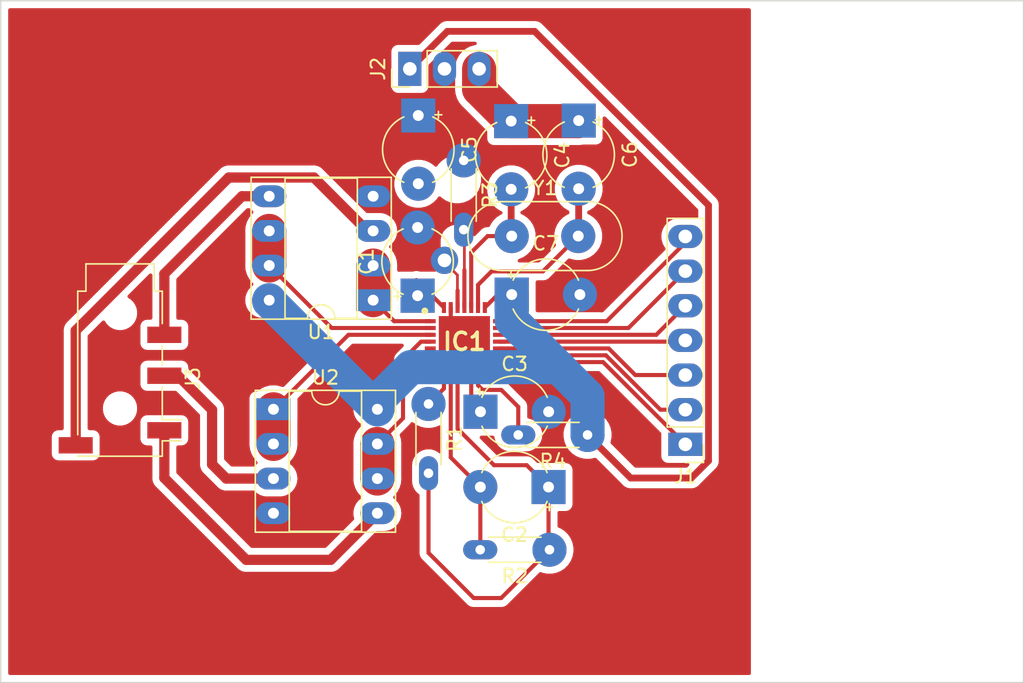
<source format=kicad_pcb>
(kicad_pcb (version 20171130) (host pcbnew "(5.1.7)-1")

  (general
    (thickness 1.6)
    (drawings 4)
    (tracks 130)
    (zones 0)
    (modules 18)
    (nets 32)
  )

  (page A4)
  (layers
    (0 F.Cu signal)
    (31 B.Cu signal)
    (32 B.Adhes user)
    (33 F.Adhes user)
    (34 B.Paste user)
    (35 F.Paste user)
    (36 B.SilkS user)
    (37 F.SilkS user)
    (38 B.Mask user)
    (39 F.Mask user)
    (40 Dwgs.User user)
    (41 Cmts.User user)
    (42 Eco1.User user)
    (43 Eco2.User user)
    (44 Edge.Cuts user)
    (45 Margin user)
    (46 B.CrtYd user)
    (47 F.CrtYd user)
  )

  (setup
    (last_trace_width 2.5)
    (user_trace_width 0.25)
    (user_trace_width 0.3)
    (user_trace_width 0.5)
    (user_trace_width 0.75)
    (user_trace_width 2.5)
    (trace_clearance 0.2)
    (zone_clearance 0.508)
    (zone_45_only no)
    (trace_min 0.1524)
    (via_size 0.9)
    (via_drill 0.6)
    (via_min_size 0.8)
    (via_min_drill 0.5)
    (user_via 1.5 1)
    (uvia_size 0.5)
    (uvia_drill 0.1)
    (uvias_allowed no)
    (uvia_min_size 0.5)
    (uvia_min_drill 0.1)
    (edge_width 0.1)
    (segment_width 0.1)
    (pcb_text_width 0.1)
    (pcb_text_size 1 1)
    (mod_edge_width 0.15)
    (mod_text_size 1 1)
    (mod_text_width 0.15)
    (pad_size 1.6 1.6)
    (pad_drill 0.8)
    (pad_to_mask_clearance 0)
    (aux_axis_origin 0 0)
    (visible_elements 7FFFFFFF)
    (pcbplotparams
      (layerselection 0x00000_7fffffff)
      (usegerberextensions false)
      (usegerberattributes true)
      (usegerberadvancedattributes true)
      (creategerberjobfile true)
      (excludeedgelayer true)
      (linewidth 0.100000)
      (plotframeref false)
      (viasonmask false)
      (mode 1)
      (useauxorigin false)
      (hpglpennumber 1)
      (hpglpenspeed 20)
      (hpglpendiameter 15.000000)
      (psnegative false)
      (psa4output false)
      (plotreference true)
      (plotvalue true)
      (plotinvisibletext false)
      (padsonsilk false)
      (subtractmaskfromsilk false)
      (outputformat 4)
      (mirror false)
      (drillshape 0)
      (scaleselection 1)
      (outputdirectory "f"))
  )

  (net 0 "")
  (net 1 GND1)
  (net 2 +5V)
  (net 3 "Net-(C2-Pad1)")
  (net 4 "Net-(C2-Pad2)")
  (net 5 "Net-(C3-Pad1)")
  (net 6 "Net-(C4-Pad2)")
  (net 7 "Net-(C5-Pad2)")
  (net 8 "Net-(C6-Pad2)")
  (net 9 +3V3)
  (net 10 "Net-(IC1-Pad1)")
  (net 11 "Net-(IC1-Pad2)")
  (net 12 "Net-(IC1-Pad3)")
  (net 13 "Net-(IC1-Pad4)")
  (net 14 "Net-(IC1-Pad5)")
  (net 15 "Net-(IC1-Pad6)")
  (net 16 "Net-(IC1-Pad7)")
  (net 17 "Net-(IC1-Pad8)")
  (net 18 "Net-(IC1-Pad13)")
  (net 19 ALARMB)
  (net 20 CSB)
  (net 21 SCLK)
  (net 22 SDI)
  (net 23 SDO)
  (net 24 DRDYB)
  (net 25 CLK)
  (net 26 "Net-(IC1-Pad25)")
  (net 27 RA_ECG)
  (net 28 LL_ECG)
  (net 29 RL_ECG)
  (net 30 LA_ECG)
  (net 31 GND)

  (net_class Default "This is the default net class."
    (clearance 0.2)
    (trace_width 0.2)
    (via_dia 0.9)
    (via_drill 0.6)
    (uvia_dia 0.5)
    (uvia_drill 0.1)
    (add_net +3V3)
    (add_net +5V)
    (add_net ALARMB)
    (add_net CLK)
    (add_net CSB)
    (add_net DRDYB)
    (add_net GND)
    (add_net GND1)
    (add_net LA_ECG)
    (add_net LL_ECG)
    (add_net "Net-(C2-Pad1)")
    (add_net "Net-(C2-Pad2)")
    (add_net "Net-(C3-Pad1)")
    (add_net "Net-(C4-Pad2)")
    (add_net "Net-(C5-Pad2)")
    (add_net "Net-(C6-Pad2)")
    (add_net "Net-(IC1-Pad1)")
    (add_net "Net-(IC1-Pad13)")
    (add_net "Net-(IC1-Pad2)")
    (add_net "Net-(IC1-Pad25)")
    (add_net "Net-(IC1-Pad3)")
    (add_net "Net-(IC1-Pad4)")
    (add_net "Net-(IC1-Pad5)")
    (add_net "Net-(IC1-Pad6)")
    (add_net "Net-(IC1-Pad7)")
    (add_net "Net-(IC1-Pad8)")
    (add_net RA_ECG)
    (add_net RL_ECG)
    (add_net SCLK)
    (add_net SDI)
    (add_net SDO)
  )

  (net_class Power ""
    (clearance 0.2)
    (trace_width 0.5)
    (via_dia 1)
    (via_drill 0.7)
    (uvia_dia 0.5)
    (uvia_drill 0.1)
  )

  (module SamacSys_Parts:dip_8 (layer F.Cu) (tedit 6076650E) (tstamp 60767110)
    (at 122.31 76.96 180)
    (descr "8-lead though-hole mounted DIP package, row spacing 7.62 mm (300 mils), Socket")
    (tags "THT DIP DIL PDIP 2.54mm 7.62mm 300mil Socket")
    (path /604E2F77)
    (fp_text reference U1 (at 3.81 -2.33) (layer F.SilkS)
      (effects (font (size 1 1) (thickness 0.15)))
    )
    (fp_text value LM358 (at 3.81 9.95) (layer F.Fab)
      (effects (font (size 1 1) (thickness 0.15)))
    )
    (fp_line (start 9.15 -1.6) (end -1.55 -1.6) (layer F.CrtYd) (width 0.05))
    (fp_line (start 9.15 9.2) (end 9.15 -1.6) (layer F.CrtYd) (width 0.05))
    (fp_line (start -1.55 9.2) (end 9.15 9.2) (layer F.CrtYd) (width 0.05))
    (fp_line (start -1.55 -1.6) (end -1.55 9.2) (layer F.CrtYd) (width 0.05))
    (fp_line (start 8.95 -1.39) (end -1.33 -1.39) (layer F.SilkS) (width 0.12))
    (fp_line (start 8.95 9.01) (end 8.95 -1.39) (layer F.SilkS) (width 0.12))
    (fp_line (start -1.33 9.01) (end 8.95 9.01) (layer F.SilkS) (width 0.12))
    (fp_line (start -1.33 -1.39) (end -1.33 9.01) (layer F.SilkS) (width 0.12))
    (fp_line (start 6.46 -1.33) (end 4.81 -1.33) (layer F.SilkS) (width 0.12))
    (fp_line (start 6.46 8.95) (end 6.46 -1.33) (layer F.SilkS) (width 0.12))
    (fp_line (start 1.16 8.95) (end 6.46 8.95) (layer F.SilkS) (width 0.12))
    (fp_line (start 1.16 -1.33) (end 1.16 8.95) (layer F.SilkS) (width 0.12))
    (fp_line (start 2.81 -1.33) (end 1.16 -1.33) (layer F.SilkS) (width 0.12))
    (fp_line (start 8.89 -1.33) (end -1.27 -1.33) (layer F.Fab) (width 0.1))
    (fp_line (start 8.89 8.95) (end 8.89 -1.33) (layer F.Fab) (width 0.1))
    (fp_line (start -1.27 8.95) (end 8.89 8.95) (layer F.Fab) (width 0.1))
    (fp_line (start -1.27 -1.33) (end -1.27 8.95) (layer F.Fab) (width 0.1))
    (fp_line (start 0.635 -0.27) (end 1.635 -1.27) (layer F.Fab) (width 0.1))
    (fp_line (start 0.635 8.89) (end 0.635 -0.27) (layer F.Fab) (width 0.1))
    (fp_line (start 6.985 8.89) (end 0.635 8.89) (layer F.Fab) (width 0.1))
    (fp_line (start 6.985 -1.27) (end 6.985 8.89) (layer F.Fab) (width 0.1))
    (fp_line (start 1.635 -1.27) (end 6.985 -1.27) (layer F.Fab) (width 0.1))
    (fp_text user %R (at 3.81 3.81) (layer F.Fab)
      (effects (font (size 1 1) (thickness 0.15)))
    )
    (fp_arc (start 3.81 -1.33) (end 2.81 -1.33) (angle -180) (layer F.SilkS) (width 0.12))
    (pad 8 thru_hole oval (at 7.62 0 180) (size 2.5 1.6) (drill 0.8) (layers *.Cu *.Mask)
      (net 9 +3V3))
    (pad 4 thru_hole oval (at 0 7.62 180) (size 2.5 1.6) (drill 0.8) (layers *.Cu *.Mask)
      (net 31 GND))
    (pad 7 thru_hole oval (at 7.62 2.54 180) (size 2.5 1.6) (drill 0.8) (layers *.Cu *.Mask)
      (net 11 "Net-(IC1-Pad2)"))
    (pad 3 thru_hole oval (at 0 5.08 180) (size 2.5 1.6) (drill 0.8) (layers *.Cu *.Mask)
      (net 27 RA_ECG))
    (pad 6 thru_hole oval (at 7.62 5.08 180) (size 2.5 1.6) (drill 0.8) (layers *.Cu *.Mask)
      (net 11 "Net-(IC1-Pad2)"))
    (pad 2 thru_hole oval (at 0 2.54 180) (size 2.5 1.6) (drill 0.8) (layers *.Cu *.Mask)
      (net 10 "Net-(IC1-Pad1)"))
    (pad 5 thru_hole oval (at 7.62 7.62 180) (size 2.5 1.6) (drill 0.8) (layers *.Cu *.Mask)
      (net 30 LA_ECG))
    (pad 1 thru_hole rect (at 0 0 180) (size 2.5 1.6) (drill 0.8) (layers *.Cu *.Mask)
      (net 10 "Net-(IC1-Pad1)"))
    (model ${KISYS3DMOD}/Package_DIP.3dshapes/DIP-8_W7.62mm_Socket.wrl
      (at (xyz 0 0 0))
      (scale (xyz 1 1 1))
      (rotate (xyz 0 0 0))
    )
  )

  (module SamacSys_Parts:dip_8 (layer F.Cu) (tedit 6076650E) (tstamp 60767134)
    (at 115 84.96)
    (descr "8-lead though-hole mounted DIP package, row spacing 7.62 mm (300 mils), Socket")
    (tags "THT DIP DIL PDIP 2.54mm 7.62mm 300mil Socket")
    (path /604E5B03)
    (fp_text reference U2 (at 3.81 -2.33) (layer F.SilkS)
      (effects (font (size 1 1) (thickness 0.15)))
    )
    (fp_text value LM358 (at 3.81 9.95) (layer F.Fab)
      (effects (font (size 1 1) (thickness 0.15)))
    )
    (fp_line (start 1.635 -1.27) (end 6.985 -1.27) (layer F.Fab) (width 0.1))
    (fp_line (start 6.985 -1.27) (end 6.985 8.89) (layer F.Fab) (width 0.1))
    (fp_line (start 6.985 8.89) (end 0.635 8.89) (layer F.Fab) (width 0.1))
    (fp_line (start 0.635 8.89) (end 0.635 -0.27) (layer F.Fab) (width 0.1))
    (fp_line (start 0.635 -0.27) (end 1.635 -1.27) (layer F.Fab) (width 0.1))
    (fp_line (start -1.27 -1.33) (end -1.27 8.95) (layer F.Fab) (width 0.1))
    (fp_line (start -1.27 8.95) (end 8.89 8.95) (layer F.Fab) (width 0.1))
    (fp_line (start 8.89 8.95) (end 8.89 -1.33) (layer F.Fab) (width 0.1))
    (fp_line (start 8.89 -1.33) (end -1.27 -1.33) (layer F.Fab) (width 0.1))
    (fp_line (start 2.81 -1.33) (end 1.16 -1.33) (layer F.SilkS) (width 0.12))
    (fp_line (start 1.16 -1.33) (end 1.16 8.95) (layer F.SilkS) (width 0.12))
    (fp_line (start 1.16 8.95) (end 6.46 8.95) (layer F.SilkS) (width 0.12))
    (fp_line (start 6.46 8.95) (end 6.46 -1.33) (layer F.SilkS) (width 0.12))
    (fp_line (start 6.46 -1.33) (end 4.81 -1.33) (layer F.SilkS) (width 0.12))
    (fp_line (start -1.33 -1.39) (end -1.33 9.01) (layer F.SilkS) (width 0.12))
    (fp_line (start -1.33 9.01) (end 8.95 9.01) (layer F.SilkS) (width 0.12))
    (fp_line (start 8.95 9.01) (end 8.95 -1.39) (layer F.SilkS) (width 0.12))
    (fp_line (start 8.95 -1.39) (end -1.33 -1.39) (layer F.SilkS) (width 0.12))
    (fp_line (start -1.55 -1.6) (end -1.55 9.2) (layer F.CrtYd) (width 0.05))
    (fp_line (start -1.55 9.2) (end 9.15 9.2) (layer F.CrtYd) (width 0.05))
    (fp_line (start 9.15 9.2) (end 9.15 -1.6) (layer F.CrtYd) (width 0.05))
    (fp_line (start 9.15 -1.6) (end -1.55 -1.6) (layer F.CrtYd) (width 0.05))
    (fp_arc (start 3.81 -1.33) (end 2.81 -1.33) (angle -180) (layer F.SilkS) (width 0.12))
    (fp_text user %R (at 3.81 3.81) (layer F.Fab)
      (effects (font (size 1 1) (thickness 0.15)))
    )
    (pad 1 thru_hole rect (at 0 0) (size 2.5 1.6) (drill 0.8) (layers *.Cu *.Mask)
      (net 12 "Net-(IC1-Pad3)"))
    (pad 5 thru_hole oval (at 7.62 7.62) (size 2.5 1.6) (drill 0.8) (layers *.Cu *.Mask)
      (net 28 LL_ECG))
    (pad 2 thru_hole oval (at 0 2.54) (size 2.5 1.6) (drill 0.8) (layers *.Cu *.Mask)
      (net 12 "Net-(IC1-Pad3)"))
    (pad 6 thru_hole oval (at 7.62 5.08) (size 2.5 1.6) (drill 0.8) (layers *.Cu *.Mask)
      (net 13 "Net-(IC1-Pad4)"))
    (pad 3 thru_hole oval (at 0 5.08) (size 2.5 1.6) (drill 0.8) (layers *.Cu *.Mask)
      (net 29 RL_ECG))
    (pad 7 thru_hole oval (at 7.62 2.54) (size 2.5 1.6) (drill 0.8) (layers *.Cu *.Mask)
      (net 13 "Net-(IC1-Pad4)"))
    (pad 4 thru_hole oval (at 0 7.62) (size 2.5 1.6) (drill 0.8) (layers *.Cu *.Mask)
      (net 31 GND))
    (pad 8 thru_hole oval (at 7.62 0) (size 2.5 1.6) (drill 0.8) (layers *.Cu *.Mask)
      (net 9 +3V3))
    (model ${KISYS3DMOD}/Package_DIP.3dshapes/DIP-8_W7.62mm_Socket.wrl
      (at (xyz 0 0 0))
      (scale (xyz 1 1 1))
      (rotate (xyz 0 0 0))
    )
  )

  (module SamacSys_Parts:R_Axial_DIN0204_L3.6mm_D1.6mm_P5.08mm_Horizontal (layer F.Cu) (tedit 6076649B) (tstamp 60916B62)
    (at 128.95 66.71 270)
    (descr "Resistor, Axial_DIN0204 series, Axial, Horizontal, pin pitch=5.08mm, 0.167W, length*diameter=3.6*1.6mm^2, http://cdn-reichelt.de/documents/datenblatt/B400/1_4W%23YAG.pdf")
    (tags "Resistor Axial_DIN0204 series Axial Horizontal pin pitch 5.08mm 0.167W length 3.6mm diameter 1.6mm")
    (path /5FE73222)
    (fp_text reference R3 (at 2.54 -1.92 90) (layer F.SilkS)
      (effects (font (size 1 1) (thickness 0.15)))
    )
    (fp_text value 1M (at 2.54 1.92 90) (layer F.Fab)
      (effects (font (size 1 1) (thickness 0.15)))
    )
    (fp_line (start 0.74 -0.8) (end 0.74 0.8) (layer F.Fab) (width 0.1))
    (fp_line (start 0.74 0.8) (end 4.34 0.8) (layer F.Fab) (width 0.1))
    (fp_line (start 4.34 0.8) (end 4.34 -0.8) (layer F.Fab) (width 0.1))
    (fp_line (start 4.34 -0.8) (end 0.74 -0.8) (layer F.Fab) (width 0.1))
    (fp_line (start 0 0) (end 0.74 0) (layer F.Fab) (width 0.1))
    (fp_line (start 5.08 0) (end 4.34 0) (layer F.Fab) (width 0.1))
    (fp_line (start 0.62 -0.92) (end 4.46 -0.92) (layer F.SilkS) (width 0.12))
    (fp_line (start 0.62 0.92) (end 4.46 0.92) (layer F.SilkS) (width 0.12))
    (fp_line (start -0.95 -1.05) (end -0.95 1.05) (layer F.CrtYd) (width 0.05))
    (fp_line (start -0.95 1.05) (end 6.03 1.05) (layer F.CrtYd) (width 0.05))
    (fp_line (start 6.03 1.05) (end 6.03 -1.05) (layer F.CrtYd) (width 0.05))
    (fp_line (start 6.03 -1.05) (end -0.95 -1.05) (layer F.CrtYd) (width 0.05))
    (fp_text user %R (at 2.54 0 90) (layer F.Fab)
      (effects (font (size 0.72 0.72) (thickness 0.108)))
    )
    (pad 1 thru_hole circle (at 0 0 270) (size 2.5 2.5) (drill 0.7) (layers *.Cu *.Mask)
      (net 9 +3V3))
    (pad 2 thru_hole oval (at 5.08 0 270) (size 2.5 1.4) (drill 0.7) (layers *.Cu *.Mask)
      (net 26 "Net-(IC1-Pad25)"))
    (model ${KISYS3DMOD}/Resistor_THT.3dshapes/R_Axial_DIN0204_L3.6mm_D1.6mm_P5.08mm_Horizontal.wrl
      (at (xyz 0 0 0))
      (scale (xyz 1 1 1))
      (rotate (xyz 0 0 0))
    )
  )

  (module SamacSys_Parts:R_Axial_DIN0204_L3.6mm_D1.6mm_P5.08mm_Horizontal (layer F.Cu) (tedit 6076649B) (tstamp 607670B3)
    (at 126.37 84.57 270)
    (descr "Resistor, Axial_DIN0204 series, Axial, Horizontal, pin pitch=5.08mm, 0.167W, length*diameter=3.6*1.6mm^2, http://cdn-reichelt.de/documents/datenblatt/B400/1_4W%23YAG.pdf")
    (tags "Resistor Axial_DIN0204 series Axial Horizontal pin pitch 5.08mm 0.167W length 3.6mm diameter 1.6mm")
    (path /5FEC24FA)
    (fp_text reference R1 (at 2.54 -1.92 90) (layer F.SilkS)
      (effects (font (size 1 1) (thickness 0.15)))
    )
    (fp_text value "R1 in DS" (at 2.54 1.92 90) (layer F.Fab)
      (effects (font (size 1 1) (thickness 0.15)))
    )
    (fp_line (start 0.74 -0.8) (end 0.74 0.8) (layer F.Fab) (width 0.1))
    (fp_line (start 0.74 0.8) (end 4.34 0.8) (layer F.Fab) (width 0.1))
    (fp_line (start 4.34 0.8) (end 4.34 -0.8) (layer F.Fab) (width 0.1))
    (fp_line (start 4.34 -0.8) (end 0.74 -0.8) (layer F.Fab) (width 0.1))
    (fp_line (start 0 0) (end 0.74 0) (layer F.Fab) (width 0.1))
    (fp_line (start 5.08 0) (end 4.34 0) (layer F.Fab) (width 0.1))
    (fp_line (start 0.62 -0.92) (end 4.46 -0.92) (layer F.SilkS) (width 0.12))
    (fp_line (start 0.62 0.92) (end 4.46 0.92) (layer F.SilkS) (width 0.12))
    (fp_line (start -0.95 -1.05) (end -0.95 1.05) (layer F.CrtYd) (width 0.05))
    (fp_line (start -0.95 1.05) (end 6.03 1.05) (layer F.CrtYd) (width 0.05))
    (fp_line (start 6.03 1.05) (end 6.03 -1.05) (layer F.CrtYd) (width 0.05))
    (fp_line (start 6.03 -1.05) (end -0.95 -1.05) (layer F.CrtYd) (width 0.05))
    (fp_text user %R (at 2.54 0 90) (layer F.Fab)
      (effects (font (size 0.72 0.72) (thickness 0.108)))
    )
    (pad 1 thru_hole circle (at 0 0 270) (size 2.5 2.5) (drill 0.7) (layers *.Cu *.Mask)
      (net 17 "Net-(IC1-Pad8)"))
    (pad 2 thru_hole oval (at 5.08 0 270) (size 2.5 1.4) (drill 0.7) (layers *.Cu *.Mask)
      (net 3 "Net-(C2-Pad1)"))
    (model ${KISYS3DMOD}/Resistor_THT.3dshapes/R_Axial_DIN0204_L3.6mm_D1.6mm_P5.08mm_Horizontal.wrl
      (at (xyz 0 0 0))
      (scale (xyz 1 1 1))
      (rotate (xyz 0 0 0))
    )
  )

  (module SamacSys_Parts:R_Axial_DIN0204_L3.6mm_D1.6mm_P5.08mm_Horizontal (layer F.Cu) (tedit 6076649B) (tstamp 607670C6)
    (at 135.24 95.26 180)
    (descr "Resistor, Axial_DIN0204 series, Axial, Horizontal, pin pitch=5.08mm, 0.167W, length*diameter=3.6*1.6mm^2, http://cdn-reichelt.de/documents/datenblatt/B400/1_4W%23YAG.pdf")
    (tags "Resistor Axial_DIN0204 series Axial Horizontal pin pitch 5.08mm 0.167W length 3.6mm diameter 1.6mm")
    (path /5FEC1C82)
    (fp_text reference R2 (at 2.54 -1.92) (layer F.SilkS)
      (effects (font (size 1 1) (thickness 0.15)))
    )
    (fp_text value "R2 in DS" (at 2.54 1.92) (layer F.Fab)
      (effects (font (size 1 1) (thickness 0.15)))
    )
    (fp_line (start 0.74 -0.8) (end 0.74 0.8) (layer F.Fab) (width 0.1))
    (fp_line (start 0.74 0.8) (end 4.34 0.8) (layer F.Fab) (width 0.1))
    (fp_line (start 4.34 0.8) (end 4.34 -0.8) (layer F.Fab) (width 0.1))
    (fp_line (start 4.34 -0.8) (end 0.74 -0.8) (layer F.Fab) (width 0.1))
    (fp_line (start 0 0) (end 0.74 0) (layer F.Fab) (width 0.1))
    (fp_line (start 5.08 0) (end 4.34 0) (layer F.Fab) (width 0.1))
    (fp_line (start 0.62 -0.92) (end 4.46 -0.92) (layer F.SilkS) (width 0.12))
    (fp_line (start 0.62 0.92) (end 4.46 0.92) (layer F.SilkS) (width 0.12))
    (fp_line (start -0.95 -1.05) (end -0.95 1.05) (layer F.CrtYd) (width 0.05))
    (fp_line (start -0.95 1.05) (end 6.03 1.05) (layer F.CrtYd) (width 0.05))
    (fp_line (start 6.03 1.05) (end 6.03 -1.05) (layer F.CrtYd) (width 0.05))
    (fp_line (start 6.03 -1.05) (end -0.95 -1.05) (layer F.CrtYd) (width 0.05))
    (fp_text user %R (at 2.54 0) (layer F.Fab)
      (effects (font (size 0.72 0.72) (thickness 0.108)))
    )
    (pad 1 thru_hole circle (at 0 0 180) (size 2.5 2.5) (drill 0.7) (layers *.Cu *.Mask)
      (net 3 "Net-(C2-Pad1)"))
    (pad 2 thru_hole oval (at 5.08 0 180) (size 2.5 1.4) (drill 0.7) (layers *.Cu *.Mask)
      (net 4 "Net-(C2-Pad2)"))
    (model ${KISYS3DMOD}/Resistor_THT.3dshapes/R_Axial_DIN0204_L3.6mm_D1.6mm_P5.08mm_Horizontal.wrl
      (at (xyz 0 0 0))
      (scale (xyz 1 1 1))
      (rotate (xyz 0 0 0))
    )
  )

  (module SamacSys_Parts:R_Axial_DIN0204_L3.6mm_D1.6mm_P5.08mm_Horizontal (layer F.Cu) (tedit 6076649B) (tstamp 607670EC)
    (at 138.03 86.84 180)
    (descr "Resistor, Axial_DIN0204 series, Axial, Horizontal, pin pitch=5.08mm, 0.167W, length*diameter=3.6*1.6mm^2, http://cdn-reichelt.de/documents/datenblatt/B400/1_4W%23YAG.pdf")
    (tags "Resistor Axial_DIN0204 series Axial Horizontal pin pitch 5.08mm 0.167W length 3.6mm diameter 1.6mm")
    (path /5FEE5040)
    (fp_text reference R4 (at 2.54 -1.92) (layer F.SilkS)
      (effects (font (size 1 1) (thickness 0.15)))
    )
    (fp_text value 1M (at 2.54 1.92) (layer F.Fab)
      (effects (font (size 1 1) (thickness 0.15)))
    )
    (fp_line (start 0.74 -0.8) (end 0.74 0.8) (layer F.Fab) (width 0.1))
    (fp_line (start 0.74 0.8) (end 4.34 0.8) (layer F.Fab) (width 0.1))
    (fp_line (start 4.34 0.8) (end 4.34 -0.8) (layer F.Fab) (width 0.1))
    (fp_line (start 4.34 -0.8) (end 0.74 -0.8) (layer F.Fab) (width 0.1))
    (fp_line (start 0 0) (end 0.74 0) (layer F.Fab) (width 0.1))
    (fp_line (start 5.08 0) (end 4.34 0) (layer F.Fab) (width 0.1))
    (fp_line (start 0.62 -0.92) (end 4.46 -0.92) (layer F.SilkS) (width 0.12))
    (fp_line (start 0.62 0.92) (end 4.46 0.92) (layer F.SilkS) (width 0.12))
    (fp_line (start -0.95 -1.05) (end -0.95 1.05) (layer F.CrtYd) (width 0.05))
    (fp_line (start -0.95 1.05) (end 6.03 1.05) (layer F.CrtYd) (width 0.05))
    (fp_line (start 6.03 1.05) (end 6.03 -1.05) (layer F.CrtYd) (width 0.05))
    (fp_line (start 6.03 -1.05) (end -0.95 -1.05) (layer F.CrtYd) (width 0.05))
    (fp_text user %R (at 2.54 0) (layer F.Fab)
      (effects (font (size 0.72 0.72) (thickness 0.108)))
    )
    (pad 1 thru_hole circle (at 0 0 180) (size 2.5 2.5) (drill 0.7) (layers *.Cu *.Mask)
      (net 9 +3V3))
    (pad 2 thru_hole oval (at 5.08 0 180) (size 2.5 1.4) (drill 0.7) (layers *.Cu *.Mask)
      (net 18 "Net-(IC1-Pad13)"))
    (model ${KISYS3DMOD}/Resistor_THT.3dshapes/R_Axial_DIN0204_L3.6mm_D1.6mm_P5.08mm_Horizontal.wrl
      (at (xyz 0 0 0))
      (scale (xyz 1 1 1))
      (rotate (xyz 0 0 0))
    )
  )

  (module SamacSys_Parts:header_3 (layer F.Cu) (tedit 60766441) (tstamp 6076707B)
    (at 125 60 90)
    (descr "Through hole straight pin header, 1x03, 2.54mm pitch, single row")
    (tags "Through hole pin header THT 1x03 2.54mm single row")
    (path /604C4283)
    (fp_text reference J2 (at 0 -2.33 90) (layer F.SilkS)
      (effects (font (size 1 1) (thickness 0.15)))
    )
    (fp_text value Conn_01x03 (at 0 7.41 90) (layer F.Fab)
      (effects (font (size 1 1) (thickness 0.15)))
    )
    (fp_line (start -0.635 -1.27) (end 1.27 -1.27) (layer F.Fab) (width 0.1))
    (fp_line (start 1.27 -1.27) (end 1.27 6.35) (layer F.Fab) (width 0.1))
    (fp_line (start 1.27 6.35) (end -1.27 6.35) (layer F.Fab) (width 0.1))
    (fp_line (start -1.27 6.35) (end -1.27 -0.635) (layer F.Fab) (width 0.1))
    (fp_line (start -1.27 -0.635) (end -0.635 -1.27) (layer F.Fab) (width 0.1))
    (fp_line (start -1.33 6.41) (end 1.33 6.41) (layer F.SilkS) (width 0.12))
    (fp_line (start -1.33 1.27) (end -1.33 6.41) (layer F.SilkS) (width 0.12))
    (fp_line (start 1.33 1.27) (end 1.33 6.41) (layer F.SilkS) (width 0.12))
    (fp_line (start -1.33 1.27) (end 1.33 1.27) (layer F.SilkS) (width 0.12))
    (fp_line (start -1.33 0) (end -1.33 -1.33) (layer F.SilkS) (width 0.12))
    (fp_line (start -1.33 -1.33) (end 0 -1.33) (layer F.SilkS) (width 0.12))
    (fp_line (start -1.8 -1.8) (end -1.8 6.85) (layer F.CrtYd) (width 0.05))
    (fp_line (start -1.8 6.85) (end 1.8 6.85) (layer F.CrtYd) (width 0.05))
    (fp_line (start 1.8 6.85) (end 1.8 -1.8) (layer F.CrtYd) (width 0.05))
    (fp_line (start 1.8 -1.8) (end -1.8 -1.8) (layer F.CrtYd) (width 0.05))
    (fp_text user %R (at 0 2.54) (layer F.Fab)
      (effects (font (size 1 1) (thickness 0.15)))
    )
    (pad 1 thru_hole rect (at 0 0 90) (size 2.5 1.7) (drill 1) (layers *.Cu *.Mask)
      (net 9 +3V3))
    (pad 2 thru_hole oval (at 0 2.54 90) (size 2.5 1.7) (drill 1) (layers *.Cu *.Mask)
      (net 1 GND1))
    (pad 3 thru_hole oval (at 0 5.08 90) (size 2.5 1.7) (drill 1) (layers *.Cu *.Mask)
      (net 2 +5V))
    (model ${KISYS3DMOD}/Connector_PinHeader_2.54mm.3dshapes/PinHeader_1x03_P2.54mm_Vertical.wrl
      (at (xyz 0 0 0))
      (scale (xyz 1 1 1))
      (rotate (xyz 0 0 0))
    )
  )

  (module Connector_PinHeader_2.54mm:PinHeader_1x07_P2.54mm_Vertical (layer F.Cu) (tedit 607663B0) (tstamp 6077092C)
    (at 145.2 87.53 180)
    (descr "Through hole straight pin header, 1x07, 2.54mm pitch, single row")
    (tags "Through hole pin header THT 1x07 2.54mm single row")
    (path /5FF30382)
    (fp_text reference J1 (at 0 -2.33 180) (layer F.SilkS)
      (effects (font (size 1 1) (thickness 0.15)))
    )
    (fp_text value Conn_01x07 (at 0 17.57 180) (layer F.Fab)
      (effects (font (size 1 1) (thickness 0.15)))
    )
    (fp_line (start 1.8 -1.8) (end -1.8 -1.8) (layer F.CrtYd) (width 0.05))
    (fp_line (start 1.8 17.05) (end 1.8 -1.8) (layer F.CrtYd) (width 0.05))
    (fp_line (start -1.8 17.05) (end 1.8 17.05) (layer F.CrtYd) (width 0.05))
    (fp_line (start -1.8 -1.8) (end -1.8 17.05) (layer F.CrtYd) (width 0.05))
    (fp_line (start -1.33 -1.33) (end 0 -1.33) (layer F.SilkS) (width 0.12))
    (fp_line (start -1.33 0) (end -1.33 -1.33) (layer F.SilkS) (width 0.12))
    (fp_line (start -1.33 1.27) (end 1.33 1.27) (layer F.SilkS) (width 0.12))
    (fp_line (start 1.33 1.27) (end 1.33 16.57) (layer F.SilkS) (width 0.12))
    (fp_line (start -1.33 1.27) (end -1.33 16.57) (layer F.SilkS) (width 0.12))
    (fp_line (start -1.33 16.57) (end 1.33 16.57) (layer F.SilkS) (width 0.12))
    (fp_line (start -1.27 -0.635) (end -0.635 -1.27) (layer F.Fab) (width 0.1))
    (fp_line (start -1.27 16.51) (end -1.27 -0.635) (layer F.Fab) (width 0.1))
    (fp_line (start 1.27 16.51) (end -1.27 16.51) (layer F.Fab) (width 0.1))
    (fp_line (start 1.27 -1.27) (end 1.27 16.51) (layer F.Fab) (width 0.1))
    (fp_line (start -0.635 -1.27) (end 1.27 -1.27) (layer F.Fab) (width 0.1))
    (fp_text user %R (at 0 7.62 270) (layer F.Fab)
      (effects (font (size 1 1) (thickness 0.15)))
    )
    (pad 1 thru_hole rect (at 0 0 180) (size 2.5 1.7) (drill 1) (layers *.Cu *.Mask)
      (net 19 ALARMB))
    (pad 2 thru_hole oval (at 0 2.54 180) (size 2.5 1.7) (drill 1) (layers *.Cu *.Mask)
      (net 20 CSB))
    (pad 3 thru_hole oval (at 0 5.08 180) (size 2.5 1.7) (drill 1) (layers *.Cu *.Mask)
      (net 21 SCLK))
    (pad 4 thru_hole oval (at 0 7.62 180) (size 2.5 1.7) (drill 1) (layers *.Cu *.Mask)
      (net 22 SDI))
    (pad 5 thru_hole oval (at 0 10.16 180) (size 2.5 1.7) (drill 1) (layers *.Cu *.Mask)
      (net 23 SDO))
    (pad 6 thru_hole oval (at 0 12.7 180) (size 2.5 1.7) (drill 1) (layers *.Cu *.Mask)
      (net 24 DRDYB))
    (pad 7 thru_hole oval (at 0 15.24 180) (size 2.5 1.7) (drill 1) (layers *.Cu *.Mask)
      (net 25 CLK))
    (model ${KISYS3DMOD}/Connector_PinHeader_2.54mm.3dshapes/PinHeader_1x07_P2.54mm_Vertical.wrl
      (at (xyz 0 0 0))
      (scale (xyz 1 1 1))
      (rotate (xyz 0 0 0))
    )
  )

  (module SamacSys_Parts:tht_cap (layer F.Cu) (tedit 60766131) (tstamp 60766FD2)
    (at 135.17 90.66 180)
    (descr "CP, Radial_Tantal series, Radial, pin pitch=5.00mm, , diameter=5.0mm, Tantal Electrolytic Capacitor, http://cdn-reichelt.de/documents/datenblatt/B300/TANTAL-TB-Serie%23.pdf")
    (tags "CP Radial_Tantal series Radial pin pitch 5.00mm  diameter 5.0mm Tantal Electrolytic Capacitor")
    (path /5FEC17A2)
    (fp_text reference C2 (at 2.5 -3.5) (layer F.SilkS)
      (effects (font (size 1 1) (thickness 0.15)))
    )
    (fp_text value "C1 in DS" (at 2.5 3.5) (layer F.Fab)
      (effects (font (size 1 1) (thickness 0.15)))
    )
    (fp_circle (center 2.5 0) (end 5 0) (layer F.Fab) (width 0.1))
    (fp_circle (center 2.5 0) (end 6.22 0) (layer F.CrtYd) (width 0.05))
    (fp_line (start 0.366395 -1.0875) (end 0.866395 -1.0875) (layer F.Fab) (width 0.1))
    (fp_line (start 0.616395 -1.3375) (end 0.616395 -0.8375) (layer F.Fab) (width 0.1))
    (fp_line (start -0.304775 -1.475) (end 0.195225 -1.475) (layer F.SilkS) (width 0.12))
    (fp_line (start -0.054775 -1.725) (end -0.054775 -1.225) (layer F.SilkS) (width 0.12))
    (fp_arc (start 2.5 0) (end 0.104003 -1.06) (angle 132.27036) (layer F.SilkS) (width 0.12))
    (fp_arc (start 2.5 0) (end 0.104003 1.06) (angle -132.27036) (layer F.SilkS) (width 0.12))
    (fp_text user %R (at 2.5 0) (layer F.Fab)
      (effects (font (size 0.9 0.9) (thickness 0.135)))
    )
    (pad 1 thru_hole rect (at 0 0 180) (size 2.5 2.5) (drill 0.8) (layers *.Cu *.Mask)
      (net 3 "Net-(C2-Pad1)"))
    (pad 2 thru_hole circle (at 5 0 180) (size 2.5 2.5) (drill 0.8) (layers *.Cu *.Mask)
      (net 4 "Net-(C2-Pad2)"))
    (model ${KISYS3DMOD}/Capacitor_THT.3dshapes/CP_Radial_Tantal_D5.0mm_P5.00mm.wrl
      (at (xyz 0 0 0))
      (scale (xyz 1 1 1))
      (rotate (xyz 0 0 0))
    )
  )

  (module SamacSys_Parts:tht_cap (layer F.Cu) (tedit 60766131) (tstamp 60766FE1)
    (at 130.18 85.14)
    (descr "CP, Radial_Tantal series, Radial, pin pitch=5.00mm, , diameter=5.0mm, Tantal Electrolytic Capacitor, http://cdn-reichelt.de/documents/datenblatt/B300/TANTAL-TB-Serie%23.pdf")
    (tags "CP Radial_Tantal series Radial pin pitch 5.00mm  diameter 5.0mm Tantal Electrolytic Capacitor")
    (path /5FED07EC)
    (fp_text reference C3 (at 2.5 -3.5) (layer F.SilkS)
      (effects (font (size 1 1) (thickness 0.15)))
    )
    (fp_text value ".1 u" (at 2.5 3.5) (layer F.Fab)
      (effects (font (size 1 1) (thickness 0.15)))
    )
    (fp_circle (center 2.5 0) (end 5 0) (layer F.Fab) (width 0.1))
    (fp_circle (center 2.5 0) (end 6.22 0) (layer F.CrtYd) (width 0.05))
    (fp_line (start 0.366395 -1.0875) (end 0.866395 -1.0875) (layer F.Fab) (width 0.1))
    (fp_line (start 0.616395 -1.3375) (end 0.616395 -0.8375) (layer F.Fab) (width 0.1))
    (fp_line (start -0.304775 -1.475) (end 0.195225 -1.475) (layer F.SilkS) (width 0.12))
    (fp_line (start -0.054775 -1.725) (end -0.054775 -1.225) (layer F.SilkS) (width 0.12))
    (fp_arc (start 2.5 0) (end 0.104003 -1.06) (angle 132.27036) (layer F.SilkS) (width 0.12))
    (fp_arc (start 2.5 0) (end 0.104003 1.06) (angle -132.27036) (layer F.SilkS) (width 0.12))
    (fp_text user %R (at 2.5 0) (layer F.Fab)
      (effects (font (size 0.9 0.9) (thickness 0.135)))
    )
    (pad 1 thru_hole rect (at 0 0) (size 2.5 2.5) (drill 0.8) (layers *.Cu *.Mask)
      (net 5 "Net-(C3-Pad1)"))
    (pad 2 thru_hole circle (at 5 0) (size 2.5 2.5) (drill 0.8) (layers *.Cu *.Mask)
      (net 1 GND1))
    (model ${KISYS3DMOD}/Capacitor_THT.3dshapes/CP_Radial_Tantal_D5.0mm_P5.00mm.wrl
      (at (xyz 0 0 0))
      (scale (xyz 1 1 1))
      (rotate (xyz 0 0 0))
    )
  )

  (module SamacSys_Parts:tht_cap (layer F.Cu) (tedit 60766131) (tstamp 6076700E)
    (at 137.38 63.79 270)
    (descr "CP, Radial_Tantal series, Radial, pin pitch=5.00mm, , diameter=5.0mm, Tantal Electrolytic Capacitor, http://cdn-reichelt.de/documents/datenblatt/B300/TANTAL-TB-Serie%23.pdf")
    (tags "CP Radial_Tantal series Radial pin pitch 5.00mm  diameter 5.0mm Tantal Electrolytic Capacitor")
    (path /5FE9E954)
    (fp_text reference C6 (at 2.5 -3.75 90) (layer F.SilkS)
      (effects (font (size 1 1) (thickness 0.15)))
    )
    (fp_text value 22pf (at 2.5 3.75 90) (layer F.Fab)
      (effects (font (size 1 1) (thickness 0.15)))
    )
    (fp_circle (center 2.5 0) (end 5 0) (layer F.Fab) (width 0.1))
    (fp_circle (center 2.5 0) (end 6.22 0) (layer F.CrtYd) (width 0.05))
    (fp_line (start 0.366395 -1.0875) (end 0.866395 -1.0875) (layer F.Fab) (width 0.1))
    (fp_line (start 0.616395 -1.3375) (end 0.616395 -0.8375) (layer F.Fab) (width 0.1))
    (fp_line (start -0.304775 -1.475) (end 0.195225 -1.475) (layer F.SilkS) (width 0.12))
    (fp_line (start -0.054775 -1.725) (end -0.054775 -1.225) (layer F.SilkS) (width 0.12))
    (fp_arc (start 2.5 0) (end 0.104003 -1.06) (angle 132.27036) (layer F.SilkS) (width 0.12))
    (fp_arc (start 2.5 0) (end 0.104003 1.06) (angle -132.27036) (layer F.SilkS) (width 0.12))
    (fp_text user %R (at 2.5 0 90) (layer F.Fab)
      (effects (font (size 1 1) (thickness 0.15)))
    )
    (pad 1 thru_hole rect (at 0 0 270) (size 2.5 2.5) (drill 0.8) (layers *.Cu *.Mask)
      (net 2 +5V))
    (pad 2 thru_hole circle (at 5 0 270) (size 2.5 2.5) (drill 0.8) (layers *.Cu *.Mask)
      (net 8 "Net-(C6-Pad2)"))
    (model ${KISYS3DMOD}/Capacitor_THT.3dshapes/CP_Radial_Tantal_D5.0mm_P5.00mm.wrl
      (at (xyz 0 0 0))
      (scale (xyz 1 1 1))
      (rotate (xyz 0 0 0))
    )
  )

  (module SamacSys_Parts:tht_cap (layer F.Cu) (tedit 60766131) (tstamp 60766FF0)
    (at 132.43 63.83 270)
    (descr "CP, Radial_Tantal series, Radial, pin pitch=5.00mm, , diameter=5.0mm, Tantal Electrolytic Capacitor, http://cdn-reichelt.de/documents/datenblatt/B300/TANTAL-TB-Serie%23.pdf")
    (tags "CP Radial_Tantal series Radial pin pitch 5.00mm  diameter 5.0mm Tantal Electrolytic Capacitor")
    (path /5FE8D5A9)
    (fp_text reference C4 (at 2.5 -3.75 90) (layer F.SilkS)
      (effects (font (size 1 1) (thickness 0.15)))
    )
    (fp_text value 22pf (at 2.5 3.75 90) (layer F.Fab)
      (effects (font (size 1 1) (thickness 0.15)))
    )
    (fp_circle (center 2.5 0) (end 5 0) (layer F.Fab) (width 0.1))
    (fp_circle (center 2.5 0) (end 6.22 0) (layer F.CrtYd) (width 0.05))
    (fp_line (start 0.366395 -1.0875) (end 0.866395 -1.0875) (layer F.Fab) (width 0.1))
    (fp_line (start 0.616395 -1.3375) (end 0.616395 -0.8375) (layer F.Fab) (width 0.1))
    (fp_line (start -0.304775 -1.475) (end 0.195225 -1.475) (layer F.SilkS) (width 0.12))
    (fp_line (start -0.054775 -1.725) (end -0.054775 -1.225) (layer F.SilkS) (width 0.12))
    (fp_arc (start 2.5 0) (end 0.104003 -1.06) (angle 132.27036) (layer F.SilkS) (width 0.12))
    (fp_arc (start 2.5 0) (end 0.104003 1.06) (angle -132.27036) (layer F.SilkS) (width 0.12))
    (fp_text user %R (at 2.5 0 90) (layer F.Fab)
      (effects (font (size 1 1) (thickness 0.15)))
    )
    (pad 1 thru_hole rect (at 0 0 270) (size 2.5 2.5) (drill 0.8) (layers *.Cu *.Mask)
      (net 2 +5V))
    (pad 2 thru_hole circle (at 5 0 270) (size 2.5 2.5) (drill 0.8) (layers *.Cu *.Mask)
      (net 6 "Net-(C4-Pad2)"))
    (model ${KISYS3DMOD}/Capacitor_THT.3dshapes/CP_Radial_Tantal_D5.0mm_P5.00mm.wrl
      (at (xyz 0 0 0))
      (scale (xyz 1 1 1))
      (rotate (xyz 0 0 0))
    )
  )

  (module SamacSys_Parts:tht_cap (layer F.Cu) (tedit 60766131) (tstamp 60766FC3)
    (at 125.57 76.63 90)
    (descr "CP, Radial_Tantal series, Radial, pin pitch=5.00mm, , diameter=5.0mm, Tantal Electrolytic Capacitor, http://cdn-reichelt.de/documents/datenblatt/B300/TANTAL-TB-Serie%23.pdf")
    (tags "CP Radial_Tantal series Radial pin pitch 5.00mm  diameter 5.0mm Tantal Electrolytic Capacitor")
    (path /5FE5E0BB)
    (fp_text reference C1 (at 2.5 -3.75 90) (layer F.SilkS)
      (effects (font (size 1 1) (thickness 0.15)))
    )
    (fp_text value .1u (at 2.5 3.75 90) (layer F.Fab)
      (effects (font (size 1 1) (thickness 0.15)))
    )
    (fp_circle (center 2.5 0) (end 5 0) (layer F.Fab) (width 0.1))
    (fp_circle (center 2.5 0) (end 6.22 0) (layer F.CrtYd) (width 0.05))
    (fp_line (start 0.366395 -1.0875) (end 0.866395 -1.0875) (layer F.Fab) (width 0.1))
    (fp_line (start 0.616395 -1.3375) (end 0.616395 -0.8375) (layer F.Fab) (width 0.1))
    (fp_line (start -0.304775 -1.475) (end 0.195225 -1.475) (layer F.SilkS) (width 0.12))
    (fp_line (start -0.054775 -1.725) (end -0.054775 -1.225) (layer F.SilkS) (width 0.12))
    (fp_arc (start 2.5 0) (end 0.104003 -1.06) (angle 132.27036) (layer F.SilkS) (width 0.12))
    (fp_arc (start 2.5 0) (end 0.104003 1.06) (angle -132.27036) (layer F.SilkS) (width 0.12))
    (fp_text user %R (at 2.5 0 90) (layer F.Fab)
      (effects (font (size 1 1) (thickness 0.15)))
    )
    (pad 1 thru_hole rect (at 0 0 90) (size 2.5 2.5) (drill 0.8) (layers *.Cu *.Mask)
      (net 2 +5V))
    (pad 2 thru_hole circle (at 5 0 90) (size 2.5 2.5) (drill 0.8) (layers *.Cu *.Mask)
      (net 1 GND1))
    (model ${KISYS3DMOD}/Capacitor_THT.3dshapes/CP_Radial_Tantal_D5.0mm_P5.00mm.wrl
      (at (xyz 0 0 0))
      (scale (xyz 1 1 1))
      (rotate (xyz 0 0 0))
    )
  )

  (module SamacSys_Parts:tht_cap (layer F.Cu) (tedit 60766131) (tstamp 60766FFF)
    (at 125.62 63.42 270)
    (descr "CP, Radial_Tantal series, Radial, pin pitch=5.00mm, , diameter=5.0mm, Tantal Electrolytic Capacitor, http://cdn-reichelt.de/documents/datenblatt/B300/TANTAL-TB-Serie%23.pdf")
    (tags "CP Radial_Tantal series Radial pin pitch 5.00mm  diameter 5.0mm Tantal Electrolytic Capacitor")
    (path /5FE6F34C)
    (fp_text reference C5 (at 2.5 -3.75 90) (layer F.SilkS)
      (effects (font (size 1 1) (thickness 0.15)))
    )
    (fp_text value 1u (at 2.5 3.75 90) (layer F.Fab)
      (effects (font (size 1 1) (thickness 0.15)))
    )
    (fp_circle (center 2.5 0) (end 5 0) (layer F.Fab) (width 0.1))
    (fp_circle (center 2.5 0) (end 6.22 0) (layer F.CrtYd) (width 0.05))
    (fp_line (start 0.366395 -1.0875) (end 0.866395 -1.0875) (layer F.Fab) (width 0.1))
    (fp_line (start 0.616395 -1.3375) (end 0.616395 -0.8375) (layer F.Fab) (width 0.1))
    (fp_line (start -0.304775 -1.475) (end 0.195225 -1.475) (layer F.SilkS) (width 0.12))
    (fp_line (start -0.054775 -1.725) (end -0.054775 -1.225) (layer F.SilkS) (width 0.12))
    (fp_arc (start 2.5 0) (end 0.104003 -1.06) (angle 132.27036) (layer F.SilkS) (width 0.12))
    (fp_arc (start 2.5 0) (end 0.104003 1.06) (angle -132.27036) (layer F.SilkS) (width 0.12))
    (fp_text user %R (at 2.5 0 90) (layer F.Fab)
      (effects (font (size 1 1) (thickness 0.15)))
    )
    (pad 1 thru_hole rect (at 0 0 270) (size 2.5 2.5) (drill 0.8) (layers *.Cu *.Mask)
      (net 1 GND1))
    (pad 2 thru_hole circle (at 5 0 270) (size 2.5 2.5) (drill 0.8) (layers *.Cu *.Mask)
      (net 7 "Net-(C5-Pad2)"))
    (model ${KISYS3DMOD}/Capacitor_THT.3dshapes/CP_Radial_Tantal_D5.0mm_P5.00mm.wrl
      (at (xyz 0 0 0))
      (scale (xyz 1 1 1))
      (rotate (xyz 0 0 0))
    )
  )

  (module SamacSys_Parts:tht_cap (layer F.Cu) (tedit 60766131) (tstamp 60917208)
    (at 132.47 76.55)
    (descr "CP, Radial_Tantal series, Radial, pin pitch=5.00mm, , diameter=5.0mm, Tantal Electrolytic Capacitor, http://cdn-reichelt.de/documents/datenblatt/B300/TANTAL-TB-Serie%23.pdf")
    (tags "CP Radial_Tantal series Radial pin pitch 5.00mm  diameter 5.0mm Tantal Electrolytic Capacitor")
    (path /5FEAD6C7)
    (fp_text reference C7 (at 2.5 -3.75) (layer F.SilkS)
      (effects (font (size 1 1) (thickness 0.15)))
    )
    (fp_text value .1u (at 2.5 3.75) (layer F.Fab)
      (effects (font (size 1 1) (thickness 0.15)))
    )
    (fp_circle (center 2.5 0) (end 5 0) (layer F.Fab) (width 0.1))
    (fp_circle (center 2.5 0) (end 6.22 0) (layer F.CrtYd) (width 0.05))
    (fp_line (start 0.366395 -1.0875) (end 0.866395 -1.0875) (layer F.Fab) (width 0.1))
    (fp_line (start 0.616395 -1.3375) (end 0.616395 -0.8375) (layer F.Fab) (width 0.1))
    (fp_line (start -0.304775 -1.475) (end 0.195225 -1.475) (layer F.SilkS) (width 0.12))
    (fp_line (start -0.054775 -1.725) (end -0.054775 -1.225) (layer F.SilkS) (width 0.12))
    (fp_arc (start 2.5 0) (end 0.104003 -1.06) (angle 132.27036) (layer F.SilkS) (width 0.12))
    (fp_arc (start 2.5 0) (end 0.104003 1.06) (angle -132.27036) (layer F.SilkS) (width 0.12))
    (fp_text user %R (at 2.5 0) (layer F.Fab)
      (effects (font (size 1 1) (thickness 0.15)))
    )
    (pad 1 thru_hole rect (at 0 0) (size 2.5 2.5) (drill 0.8) (layers *.Cu *.Mask)
      (net 9 +3V3))
    (pad 2 thru_hole circle (at 5 0) (size 2.5 2.5) (drill 0.8) (layers *.Cu *.Mask)
      (net 1 GND1))
    (model ${KISYS3DMOD}/Capacitor_THT.3dshapes/CP_Radial_Tantal_D5.0mm_P5.00mm.wrl
      (at (xyz 0 0 0))
      (scale (xyz 1 1 1))
      (rotate (xyz 0 0 0))
    )
  )

  (module Crystal:Crystal_HC49-U_Vertical (layer F.Cu) (tedit 607660E6) (tstamp 6076714B)
    (at 132.47 72.26)
    (descr "Crystal THT HC-49/U http://5hertz.com/pdfs/04404_D.pdf")
    (tags "THT crystalHC-49/U")
    (path /5FE892EF)
    (fp_text reference Y1 (at 2.44 -3.525) (layer F.SilkS)
      (effects (font (size 1 1) (thickness 0.15)))
    )
    (fp_text value "4.096 Mhz" (at 2.44 3.525) (layer F.Fab)
      (effects (font (size 1 1) (thickness 0.15)))
    )
    (fp_line (start 8.4 -2.8) (end -3.5 -2.8) (layer F.CrtYd) (width 0.05))
    (fp_line (start 8.4 2.8) (end 8.4 -2.8) (layer F.CrtYd) (width 0.05))
    (fp_line (start -3.5 2.8) (end 8.4 2.8) (layer F.CrtYd) (width 0.05))
    (fp_line (start -3.5 -2.8) (end -3.5 2.8) (layer F.CrtYd) (width 0.05))
    (fp_line (start -0.685 2.525) (end 5.565 2.525) (layer F.SilkS) (width 0.12))
    (fp_line (start -0.685 -2.525) (end 5.565 -2.525) (layer F.SilkS) (width 0.12))
    (fp_line (start -0.56 2) (end 5.44 2) (layer F.Fab) (width 0.1))
    (fp_line (start -0.56 -2) (end 5.44 -2) (layer F.Fab) (width 0.1))
    (fp_line (start -0.685 2.325) (end 5.565 2.325) (layer F.Fab) (width 0.1))
    (fp_line (start -0.685 -2.325) (end 5.565 -2.325) (layer F.Fab) (width 0.1))
    (fp_text user %R (at 2.44 0) (layer F.Fab)
      (effects (font (size 1 1) (thickness 0.15)))
    )
    (fp_arc (start -0.685 0) (end -0.685 -2.325) (angle -180) (layer F.Fab) (width 0.1))
    (fp_arc (start 5.565 0) (end 5.565 -2.325) (angle 180) (layer F.Fab) (width 0.1))
    (fp_arc (start -0.56 0) (end -0.56 -2) (angle -180) (layer F.Fab) (width 0.1))
    (fp_arc (start 5.44 0) (end 5.44 -2) (angle 180) (layer F.Fab) (width 0.1))
    (fp_arc (start -0.685 0) (end -0.685 -2.525) (angle -180) (layer F.SilkS) (width 0.12))
    (fp_arc (start 5.565 0) (end 5.565 -2.525) (angle 180) (layer F.SilkS) (width 0.12))
    (pad 1 thru_hole circle (at 0 0) (size 2.5 2.5) (drill 0.8) (layers *.Cu *.Mask)
      (net 6 "Net-(C4-Pad2)"))
    (pad 2 thru_hole circle (at 4.88 0 90) (size 2.5 2.5) (drill 0.8) (layers *.Cu *.Mask)
      (net 8 "Net-(C6-Pad2)"))
    (model ${KISYS3DMOD}/Crystal.3dshapes/Crystal_HC49-U_Vertical.wrl
      (at (xyz 0 0 0))
      (scale (xyz 1 1 1))
      (rotate (xyz 0 0 0))
    )
  )

  (module SamacSys_Parts:QFN50P500X500X80-29N (layer F.Cu) (tedit 0) (tstamp 60767049)
    (at 129 80)
    (descr ADS1293CISQ/NOPB-1)
    (tags "Integrated Circuit")
    (path /5FE5495C)
    (attr smd)
    (fp_text reference IC1 (at 0 0) (layer F.SilkS)
      (effects (font (size 1.27 1.27) (thickness 0.254)))
    )
    (fp_text value ADS1293CISQ_NOPB (at 0 0) (layer F.SilkS) hide
      (effects (font (size 1.27 1.27) (thickness 0.254)))
    )
    (fp_circle (center -2.9 -2.25) (end -2.9 -2.125) (layer F.SilkS) (width 0.25))
    (fp_line (start -2.5 -2) (end -2 -2.5) (layer F.Fab) (width 0.1))
    (fp_line (start -2.5 2.5) (end -2.5 -2.5) (layer F.Fab) (width 0.1))
    (fp_line (start 2.5 2.5) (end -2.5 2.5) (layer F.Fab) (width 0.1))
    (fp_line (start 2.5 -2.5) (end 2.5 2.5) (layer F.Fab) (width 0.1))
    (fp_line (start -2.5 -2.5) (end 2.5 -2.5) (layer F.Fab) (width 0.1))
    (fp_line (start -3.125 3.125) (end -3.125 -3.125) (layer F.CrtYd) (width 0.05))
    (fp_line (start 3.125 3.125) (end -3.125 3.125) (layer F.CrtYd) (width 0.05))
    (fp_line (start 3.125 -3.125) (end 3.125 3.125) (layer F.CrtYd) (width 0.05))
    (fp_line (start -3.125 -3.125) (end 3.125 -3.125) (layer F.CrtYd) (width 0.05))
    (fp_text user %R (at 0 0) (layer F.Fab)
      (effects (font (size 1.27 1.27) (thickness 0.254)))
    )
    (pad 1 smd rect (at -2.5 -1.5 90) (size 0.3 0.8) (layers F.Cu F.Paste F.Mask)
      (net 10 "Net-(IC1-Pad1)"))
    (pad 2 smd rect (at -2.5 -1 90) (size 0.3 0.8) (layers F.Cu F.Paste F.Mask)
      (net 11 "Net-(IC1-Pad2)"))
    (pad 3 smd rect (at -2.5 -0.5 90) (size 0.3 0.8) (layers F.Cu F.Paste F.Mask)
      (net 12 "Net-(IC1-Pad3)"))
    (pad 4 smd rect (at -2.5 0 90) (size 0.3 0.8) (layers F.Cu F.Paste F.Mask)
      (net 13 "Net-(IC1-Pad4)"))
    (pad 5 smd rect (at -2.5 0.5 90) (size 0.3 0.8) (layers F.Cu F.Paste F.Mask)
      (net 14 "Net-(IC1-Pad5)"))
    (pad 6 smd rect (at -2.5 1 90) (size 0.3 0.8) (layers F.Cu F.Paste F.Mask)
      (net 15 "Net-(IC1-Pad6)"))
    (pad 7 smd rect (at -2.5 1.5 90) (size 0.3 0.8) (layers F.Cu F.Paste F.Mask)
      (net 16 "Net-(IC1-Pad7)"))
    (pad 8 smd rect (at -1.5 2.5) (size 0.3 0.8) (layers F.Cu F.Paste F.Mask)
      (net 17 "Net-(IC1-Pad8)"))
    (pad 9 smd rect (at -1 2.5) (size 0.3 0.8) (layers F.Cu F.Paste F.Mask)
      (net 4 "Net-(C2-Pad2)"))
    (pad 10 smd rect (at -0.5 2.5) (size 0.3 0.8) (layers F.Cu F.Paste F.Mask)
      (net 3 "Net-(C2-Pad1)"))
    (pad 11 smd rect (at 0 2.5) (size 0.3 0.8) (layers F.Cu F.Paste F.Mask)
      (net 5 "Net-(C3-Pad1)"))
    (pad 12 smd rect (at 0.5 2.5) (size 0.3 0.8) (layers F.Cu F.Paste F.Mask)
      (net 5 "Net-(C3-Pad1)"))
    (pad 13 smd rect (at 1 2.5) (size 0.3 0.8) (layers F.Cu F.Paste F.Mask)
      (net 18 "Net-(IC1-Pad13)"))
    (pad 14 smd rect (at 1.5 2.5) (size 0.3 0.8) (layers F.Cu F.Paste F.Mask)
      (net 1 GND1))
    (pad 15 smd rect (at 2.5 1.5 90) (size 0.3 0.8) (layers F.Cu F.Paste F.Mask)
      (net 19 ALARMB))
    (pad 16 smd rect (at 2.5 1 90) (size 0.3 0.8) (layers F.Cu F.Paste F.Mask)
      (net 20 CSB))
    (pad 17 smd rect (at 2.5 0.5 90) (size 0.3 0.8) (layers F.Cu F.Paste F.Mask)
      (net 21 SCLK))
    (pad 18 smd rect (at 2.5 0 90) (size 0.3 0.8) (layers F.Cu F.Paste F.Mask)
      (net 22 SDI))
    (pad 19 smd rect (at 2.5 -0.5 90) (size 0.3 0.8) (layers F.Cu F.Paste F.Mask)
      (net 23 SDO))
    (pad 20 smd rect (at 2.5 -1 90) (size 0.3 0.8) (layers F.Cu F.Paste F.Mask)
      (net 24 DRDYB))
    (pad 21 smd rect (at 2.5 -1.5 90) (size 0.3 0.8) (layers F.Cu F.Paste F.Mask)
      (net 25 CLK))
    (pad 22 smd rect (at 1.5 -2.5) (size 0.3 0.8) (layers F.Cu F.Paste F.Mask)
      (net 9 +3V3))
    (pad 23 smd rect (at 1 -2.5) (size 0.3 0.8) (layers F.Cu F.Paste F.Mask)
      (net 8 "Net-(C6-Pad2)"))
    (pad 24 smd rect (at 0.5 -2.5) (size 0.3 0.8) (layers F.Cu F.Paste F.Mask)
      (net 6 "Net-(C4-Pad2)"))
    (pad 25 smd rect (at 0 -2.5) (size 0.3 0.8) (layers F.Cu F.Paste F.Mask)
      (net 26 "Net-(IC1-Pad25)"))
    (pad 26 smd rect (at -0.5 -2.5) (size 0.3 0.8) (layers F.Cu F.Paste F.Mask)
      (net 7 "Net-(C5-Pad2)"))
    (pad 27 smd rect (at -1 -2.5) (size 0.3 0.8) (layers F.Cu F.Paste F.Mask)
      (net 1 GND1))
    (pad 28 smd rect (at -1.5 -2.5) (size 0.3 0.8) (layers F.Cu F.Paste F.Mask)
      (net 2 +5V))
    (pad 29 smd rect (at 0 0) (size 3.75 3.75) (layers F.Cu F.Paste F.Mask)
      (net 1 GND1))
    (model "C:\\Users\\Magic\\Documents\\kicad dir\\SamacSys_Parts.3dshapes\\ADS1293CISQ_NOPB.stp"
      (at (xyz 0 0 0))
      (scale (xyz 1 1 1))
      (rotate (xyz 0 0 0))
    )
  )

  (module Connector_Audio:Jack_3.5mm_PJ320D_Horizontal (layer F.Cu) (tedit 5C06A514) (tstamp 607670A0)
    (at 103.75 82.675 270)
    (descr "Headphones with microphone connector, 3.5mm, 4 pins (http://www.qingpu-electronics.com/en/products/WQP-PJ320D-72.html)")
    (tags "3.5mm jack mic microphone phones headphones 4pins audio plug")
    (path /5FF13C7A)
    (attr smd)
    (fp_text reference J3 (at 0.05 -5.35 90) (layer F.SilkS)
      (effects (font (size 1 1) (thickness 0.15)))
    )
    (fp_text value AudioJack4 (at -0.025 6.35 90) (layer F.Fab)
      (effects (font (size 1 1) (thickness 0.15)))
    )
    (fp_circle (center 3.9 -2.35) (end 3.95 -2.1) (layer F.Fab) (width 0.12))
    (fp_line (start -6.375 2.5) (end -8.375 2.5) (layer F.SilkS) (width 0.12))
    (fp_line (start -6.375 -2.5) (end -8.375 -2.5) (layer F.SilkS) (width 0.12))
    (fp_line (start -8.375 -2.5) (end -8.375 2.5) (layer F.SilkS) (width 0.12))
    (fp_line (start -6.375 2.5) (end -6.375 3.1) (layer F.SilkS) (width 0.12))
    (fp_line (start -6.375 -3.1) (end -6.375 -2.5) (layer F.SilkS) (width 0.12))
    (fp_line (start -8.73 -5) (end 6.07 -5) (layer F.CrtYd) (width 0.05))
    (fp_line (start -8.73 5) (end 6.07 5) (layer F.CrtYd) (width 0.05))
    (fp_line (start 5.725 3.1) (end 5.725 -3.1) (layer F.SilkS) (width 0.12))
    (fp_line (start -8.73 5) (end -8.73 -5) (layer F.CrtYd) (width 0.05))
    (fp_line (start 6.07 5) (end 6.07 -5) (layer F.CrtYd) (width 0.05))
    (fp_line (start -6.375 -3.1) (end -4 -3.1) (layer F.SilkS) (width 0.12))
    (fp_line (start -2.35 -3.1) (end -1 -3.1) (layer F.SilkS) (width 0.12))
    (fp_line (start 0.65 -3.1) (end 3.05 -3.1) (layer F.SilkS) (width 0.12))
    (fp_line (start 4.6 -3.1) (end 5.725 -3.1) (layer F.SilkS) (width 0.12))
    (fp_line (start 4.15 3.1) (end -6.375 3.1) (layer F.SilkS) (width 0.12))
    (fp_line (start 5.575 -2.9) (end 5.575 2.9) (layer F.Fab) (width 0.1))
    (fp_line (start -6.225 -2.9) (end 5.575 -2.9) (layer F.Fab) (width 0.1))
    (fp_line (start -6.225 -2.3) (end -6.225 -2.9) (layer F.Fab) (width 0.1))
    (fp_line (start -8.225 -2.3) (end -6.225 -2.3) (layer F.Fab) (width 0.1))
    (fp_line (start -8.225 2.3) (end -8.225 -2.3) (layer F.Fab) (width 0.1))
    (fp_line (start -6.225 2.3) (end -8.225 2.3) (layer F.Fab) (width 0.1))
    (fp_line (start -6.225 2.9) (end -6.225 2.3) (layer F.Fab) (width 0.1))
    (fp_line (start 5.575 2.9) (end -6.225 2.9) (layer F.Fab) (width 0.1))
    (fp_line (start 4.6 -3.1) (end 4.6 -4.5) (layer F.SilkS) (width 0.12))
    (fp_line (start 3.05 -3.1) (end 3.05 -4.5) (layer F.SilkS) (width 0.12))
    (fp_text user %R (at -1.195 0 90) (layer F.Fab)
      (effects (font (size 1 1) (thickness 0.15)))
    )
    (pad S smd rect (at 4.925 3.25 270) (size 1.2 2.5) (layers F.Cu F.Paste F.Mask)
      (net 27 RA_ECG))
    (pad T smd rect (at 3.825 -3.25 270) (size 1.2 2.5) (layers F.Cu F.Paste F.Mask)
      (net 28 LL_ECG))
    (pad R1 smd rect (at -0.175 -3.25 270) (size 1.2 2.5) (layers F.Cu F.Paste F.Mask)
      (net 29 RL_ECG))
    (pad R2 smd rect (at -3.175 -3.25 270) (size 1.2 2.5) (layers F.Cu F.Paste F.Mask)
      (net 30 LA_ECG))
    (pad "" np_thru_hole circle (at -4.775 0 270) (size 1.5 1.5) (drill 1.5) (layers *.Cu *.Mask))
    (pad "" np_thru_hole circle (at 2.225 0 270) (size 1.5 1.5) (drill 1.5) (layers *.Cu *.Mask))
    (model ${KISYS3DMOD}/Connector_Audio.3dshapes/Jack_3.5mm_PJ320D_Horizontal.wrl
      (at (xyz 0 0 0))
      (scale (xyz 1 1 1))
      (rotate (xyz 0 0 0))
    )
  )

  (gr_line (start 95 105) (end 95 55) (layer Edge.Cuts) (width 0.1) (tstamp 6076F72D))
  (gr_line (start 170 105) (end 95 105) (layer Edge.Cuts) (width 0.1))
  (gr_line (start 170 55) (end 170 105) (layer Edge.Cuts) (width 0.1))
  (gr_line (start 95 55) (end 170 55) (layer Edge.Cuts) (width 0.1))

  (segment (start 128 79) (end 129 80) (width 0.3) (layer F.Cu) (net 1))
  (segment (start 128 77.5) (end 128 79) (width 0.3) (layer F.Cu) (net 1))
  (segment (start 130.5 81.5) (end 129 80) (width 0.3) (layer F.Cu) (net 1))
  (segment (start 130.5 82.5) (end 130.5 81.5) (width 0.3) (layer F.Cu) (net 1))
  (segment (start 132.54 82.5) (end 135.18 85.14) (width 0.3) (layer F.Cu) (net 1))
  (segment (start 130.5 82.5) (end 132.54 82.5) (width 0.3) (layer F.Cu) (net 1))
  (segment (start 125.48 75.48) (end 127.5 77.5) (width 0.3) (layer F.Cu) (net 2))
  (segment (start 130.08 61.48) (end 132.43 63.83) (width 2.5) (layer F.Cu) (net 2))
  (segment (start 130.08 60) (end 130.08 61.48) (width 2.5) (layer F.Cu) (net 2))
  (segment (start 137.34 63.83) (end 137.38 63.79) (width 2.5) (layer F.Cu) (net 2))
  (segment (start 132.43 63.83) (end 137.34 63.83) (width 2.5) (layer F.Cu) (net 2))
  (segment (start 131.7 98.8) (end 135.24 95.26) (width 0.3) (layer F.Cu) (net 3))
  (segment (start 129.68 98.8) (end 131.7 98.8) (width 0.3) (layer F.Cu) (net 3))
  (segment (start 126.37 95.49) (end 129.68 98.8) (width 0.3) (layer F.Cu) (net 3))
  (segment (start 126.37 89.65) (end 126.37 95.49) (width 0.3) (layer F.Cu) (net 3))
  (segment (start 135.17 95.19) (end 135.24 95.26) (width 0.3) (layer F.Cu) (net 3))
  (segment (start 135.17 90.66) (end 135.17 95.19) (width 0.3) (layer F.Cu) (net 3))
  (segment (start 128.5 86.384938) (end 128.5 82.5) (width 0.3) (layer F.Cu) (net 3))
  (segment (start 131.175061 89.059999) (end 128.5 86.384938) (width 0.3) (layer F.Cu) (net 3))
  (segment (start 133.569999 89.059999) (end 131.175061 89.059999) (width 0.3) (layer F.Cu) (net 3))
  (segment (start 135.17 90.66) (end 133.569999 89.059999) (width 0.3) (layer F.Cu) (net 3))
  (segment (start 130.04 95.23) (end 130.06 95.25) (width 0.3) (layer F.Cu) (net 4))
  (segment (start 128 88.49) (end 130.17 90.66) (width 0.3) (layer F.Cu) (net 4))
  (segment (start 128 82.5) (end 128 88.49) (width 0.3) (layer F.Cu) (net 4))
  (segment (start 130.17 95.25) (end 130.16 95.26) (width 0.3) (layer F.Cu) (net 4))
  (segment (start 130.17 90.66) (end 130.17 95.25) (width 0.3) (layer F.Cu) (net 4))
  (segment (start 129 82.5) (end 129.5 82.5) (width 0.3) (layer F.Cu) (net 5))
  (segment (start 129.5 84.46) (end 130.18 85.14) (width 0.3) (layer F.Cu) (net 5))
  (segment (start 129.5 82.5) (end 129.5 84.46) (width 0.3) (layer F.Cu) (net 5))
  (segment (start 129.5 73.462234) (end 129.5 77.5) (width 0.3) (layer F.Cu) (net 6))
  (segment (start 130.702234 72.26) (end 129.5 73.462234) (width 0.3) (layer F.Cu) (net 6))
  (segment (start 132.47 72.26) (end 130.702234 72.26) (width 0.3) (layer F.Cu) (net 6))
  (segment (start 132.43 72.22) (end 132.47 72.26) (width 0.5) (layer F.Cu) (net 6))
  (segment (start 132.43 68.83) (end 132.43 72.22) (width 0.5) (layer F.Cu) (net 6))
  (via (at 127.54 74.04) (size 2) (drill 1) (layers F.Cu B.Cu) (net 7))
  (segment (start 127.91 74.54) (end 128.49 75.12) (width 0.2) (layer F.Cu) (net 7))
  (segment (start 127.58 74.54) (end 127.91 74.54) (width 0.2) (layer F.Cu) (net 7))
  (segment (start 128.49 76.6) (end 128.5 76.61) (width 0.2) (layer F.Cu) (net 7))
  (segment (start 128.49 75.12) (end 128.49 76.6) (width 0.2) (layer F.Cu) (net 7))
  (segment (start 128.5 76.61) (end 128.5 76.25) (width 0.3) (layer F.Cu) (net 7))
  (segment (start 128.5 77.5) (end 128.5 76.61) (width 0.3) (layer F.Cu) (net 7))
  (segment (start 130 77.5) (end 130 75.84) (width 0.3) (layer F.Cu) (net 8))
  (segment (start 130 75.84) (end 130.99 74.85) (width 0.3) (layer F.Cu) (net 8))
  (segment (start 134.76 74.85) (end 137.35 72.26) (width 0.3) (layer F.Cu) (net 8))
  (segment (start 130.99 74.85) (end 134.76 74.85) (width 0.3) (layer F.Cu) (net 8))
  (segment (start 137.38 72.23) (end 137.35 72.26) (width 0.5) (layer F.Cu) (net 8))
  (segment (start 137.38 68.79) (end 137.38 72.23) (width 0.5) (layer F.Cu) (net 8))
  (segment (start 127.75 57.25) (end 125 60) (width 0.5) (layer F.Cu) (net 9))
  (segment (start 134.150002 57.25) (end 127.75 57.25) (width 0.5) (layer F.Cu) (net 9))
  (segment (start 146.90001 70.000008) (end 134.150002 57.25) (width 0.5) (layer F.Cu) (net 9))
  (segment (start 146.90001 88.739992) (end 146.90001 70.000008) (width 0.5) (layer F.Cu) (net 9))
  (segment (start 145.640002 90) (end 146.90001 88.739992) (width 0.5) (layer F.Cu) (net 9))
  (segment (start 141.19 90) (end 145.640002 90) (width 0.5) (layer F.Cu) (net 9))
  (segment (start 138.03 86.84) (end 141.19 90) (width 0.5) (layer F.Cu) (net 9))
  (segment (start 131.45 76.55) (end 130.5 77.5) (width 0.3) (layer F.Cu) (net 9))
  (segment (start 132.47 76.55) (end 131.45 76.55) (width 0.3) (layer F.Cu) (net 9))
  (segment (start 114.69 77.03) (end 122.62 84.96) (width 2.5) (layer B.Cu) (net 9))
  (segment (start 114.69 76.96) (end 114.69 77.03) (width 2.5) (layer B.Cu) (net 9))
  (segment (start 122.62 84.323998) (end 122.62 84.96) (width 2.5) (layer B.Cu) (net 9))
  (segment (start 125.073999 81.869999) (end 122.62 84.323998) (width 2.5) (layer B.Cu) (net 9))
  (segment (start 135.906001 81.869999) (end 125.073999 81.869999) (width 2.5) (layer B.Cu) (net 9))
  (segment (start 138.03 83.993998) (end 135.906001 81.869999) (width 2.5) (layer B.Cu) (net 9))
  (segment (start 138.03 86.84) (end 138.03 83.993998) (width 2.5) (layer B.Cu) (net 9))
  (segment (start 132.47 78.433998) (end 135.906001 81.869999) (width 2.5) (layer B.Cu) (net 9))
  (segment (start 132.47 76.55) (end 132.47 78.433998) (width 2.5) (layer B.Cu) (net 9))
  (segment (start 122.31 74.42) (end 122.31 76.96) (width 2.5) (layer F.Cu) (net 10))
  (segment (start 123.85 78.5) (end 122.31 76.96) (width 0.3) (layer F.Cu) (net 10))
  (segment (start 126.5 78.5) (end 123.85 78.5) (width 0.3) (layer F.Cu) (net 10))
  (segment (start 114.69 71.88) (end 114.69 74.42) (width 2.5) (layer F.Cu) (net 11))
  (segment (start 119.27 79) (end 114.69 74.42) (width 0.3) (layer F.Cu) (net 11))
  (segment (start 126.5 79) (end 119.27 79) (width 0.3) (layer F.Cu) (net 11))
  (segment (start 115 87.5) (end 115 84.96) (width 2.5) (layer F.Cu) (net 12))
  (segment (start 115 84.96) (end 115.04 84.96) (width 0.3) (layer F.Cu) (net 12))
  (segment (start 115.04 84.96) (end 120.5 79.5) (width 0.3) (layer F.Cu) (net 12))
  (segment (start 120.5 79.5) (end 126.5 79.5) (width 0.3) (layer F.Cu) (net 12))
  (segment (start 122.62 87.5) (end 122.62 90.04) (width 2.5) (layer F.Cu) (net 13))
  (segment (start 122.62 87.5) (end 124.5 85.62) (width 0.3) (layer F.Cu) (net 13))
  (segment (start 125.819998 80) (end 126.5 80) (width 0.3) (layer F.Cu) (net 13))
  (segment (start 124.5 81.319998) (end 125.819998 80) (width 0.3) (layer F.Cu) (net 13))
  (segment (start 124.5 85.62) (end 124.5 81.319998) (width 0.3) (layer F.Cu) (net 13))
  (segment (start 127.5 83.44) (end 126.37 84.57) (width 0.3) (layer F.Cu) (net 17))
  (segment (start 127.5 82.5) (end 127.5 83.44) (width 0.3) (layer F.Cu) (net 17))
  (segment (start 131.710001 83.539999) (end 132.95 84.779998) (width 0.3) (layer F.Cu) (net 18))
  (segment (start 130.339999 83.539999) (end 131.710001 83.539999) (width 0.3) (layer F.Cu) (net 18))
  (segment (start 130 83.2) (end 130.339999 83.539999) (width 0.3) (layer F.Cu) (net 18))
  (segment (start 132.95 84.779998) (end 132.95 86.84) (width 0.3) (layer F.Cu) (net 18))
  (segment (start 130 82.5) (end 130 83.2) (width 0.3) (layer F.Cu) (net 18))
  (segment (start 139.17 81.5) (end 131.5 81.5) (width 0.3) (layer F.Cu) (net 19))
  (segment (start 145.2 87.53) (end 139.17 81.5) (width 0.3) (layer F.Cu) (net 19))
  (segment (start 139.37712 81) (end 131.5 81) (width 0.3) (layer F.Cu) (net 20))
  (segment (start 143.36712 84.99) (end 139.37712 81) (width 0.3) (layer F.Cu) (net 20))
  (segment (start 145.2 84.99) (end 143.36712 84.99) (width 0.3) (layer F.Cu) (net 20))
  (segment (start 139.58423 80.49999) (end 132.180012 80.49999) (width 0.3) (layer F.Cu) (net 21))
  (segment (start 141.53424 82.45) (end 139.58423 80.49999) (width 0.3) (layer F.Cu) (net 21))
  (segment (start 145.2 82.45) (end 141.53424 82.45) (width 0.3) (layer F.Cu) (net 21))
  (segment (start 132.180002 80.5) (end 132.180012 80.49999) (width 0.3) (layer F.Cu) (net 21))
  (segment (start 131.5 80.5) (end 132.180002 80.5) (width 0.3) (layer F.Cu) (net 21))
  (segment (start 145.11002 79.99998) (end 145.2 79.91) (width 0.3) (layer F.Cu) (net 22))
  (segment (start 131.972902 79.99998) (end 145.11002 79.99998) (width 0.3) (layer F.Cu) (net 22))
  (segment (start 131.972882 80) (end 131.972902 79.99998) (width 0.3) (layer F.Cu) (net 22))
  (segment (start 131.5 80) (end 131.972882 80) (width 0.3) (layer F.Cu) (net 22))
  (segment (start 145.2 77.37) (end 143.07003 79.49997) (width 0.3) (layer F.Cu) (net 23))
  (segment (start 143.07003 79.49997) (end 131.93 79.49997) (width 0.3) (layer F.Cu) (net 23))
  (segment (start 145.2 74.83) (end 141.03004 78.99996) (width 0.3) (layer F.Cu) (net 24))
  (segment (start 141.03004 78.99996) (end 131.93 78.99996) (width 0.3) (layer F.Cu) (net 24))
  (segment (start 131.72284 78.5) (end 131.72289 78.49995) (width 0.3) (layer F.Cu) (net 25))
  (segment (start 131.5 78.5) (end 131.72284 78.5) (width 0.3) (layer F.Cu) (net 25))
  (segment (start 145.2 72.73293) (end 145.2 72.29) (width 0.3) (layer F.Cu) (net 25))
  (segment (start 139.43298 78.49995) (end 145.2 72.73293) (width 0.3) (layer F.Cu) (net 25))
  (segment (start 131.72289 78.49995) (end 139.43298 78.49995) (width 0.3) (layer F.Cu) (net 25))
  (segment (start 129 77.5) (end 129 74.75) (width 0.3) (layer F.Cu) (net 26))
  (segment (start 129 72.83) (end 128.49 72.32) (width 0.2) (layer F.Cu) (net 26))
  (segment (start 129 74.75) (end 129 72.83) (width 0.2) (layer F.Cu) (net 26))
  (segment (start 122.31 71.88) (end 121.88 71.88) (width 0.75) (layer F.Cu) (net 27))
  (segment (start 100.5 79.188998) (end 100.5 87.6) (width 0.75) (layer F.Cu) (net 27))
  (segment (start 111.724008 67.96499) (end 100.5 79.188998) (width 0.75) (layer F.Cu) (net 27))
  (segment (start 117.96499 67.96499) (end 111.724008 67.96499) (width 0.75) (layer F.Cu) (net 27))
  (segment (start 121.88 71.88) (end 117.96499 67.96499) (width 0.75) (layer F.Cu) (net 27))
  (segment (start 119.2 96) (end 122.62 92.58) (width 0.75) (layer F.Cu) (net 28))
  (segment (start 113 96) (end 119.2 96) (width 0.75) (layer F.Cu) (net 28))
  (segment (start 107 90) (end 113 96) (width 0.75) (layer F.Cu) (net 28))
  (segment (start 107 86.5) (end 107 90) (width 0.75) (layer F.Cu) (net 28))
  (segment (start 111.54 90.04) (end 115 90.04) (width 0.75) (layer F.Cu) (net 29))
  (segment (start 110.5 89) (end 111.54 90.04) (width 0.75) (layer F.Cu) (net 29))
  (segment (start 110.5 85) (end 110.5 89) (width 0.75) (layer F.Cu) (net 29))
  (segment (start 108 82.5) (end 110.5 85) (width 0.75) (layer F.Cu) (net 29))
  (segment (start 107 82.5) (end 108 82.5) (width 0.75) (layer F.Cu) (net 29))
  (segment (start 107 75.03) (end 107 79.5) (width 0.75) (layer F.Cu) (net 30))
  (segment (start 112.69 69.34) (end 107 75.03) (width 0.75) (layer F.Cu) (net 30))
  (segment (start 114.69 69.34) (end 112.69 69.34) (width 0.75) (layer F.Cu) (net 30))

  (zone (net 31) (net_name GND) (layer F.Cu) (tstamp 0) (hatch edge 0.508)
    (connect_pads yes (clearance 0.508))
    (min_thickness 0.254)
    (fill yes (arc_segments 32) (thermal_gap 0.508) (thermal_bridge_width 0.508))
    (polygon
      (pts
        (xy 150 105) (xy 95 105) (xy 95 55) (xy 150 55)
      )
    )
    (filled_polygon
      (pts
        (xy 149.873 104.315) (xy 95.685 104.315) (xy 95.685 87) (xy 98.611928 87) (xy 98.611928 88.2)
        (xy 98.624188 88.324482) (xy 98.660498 88.44418) (xy 98.719463 88.554494) (xy 98.798815 88.651185) (xy 98.895506 88.730537)
        (xy 99.00582 88.789502) (xy 99.125518 88.825812) (xy 99.25 88.838072) (xy 101.75 88.838072) (xy 101.874482 88.825812)
        (xy 101.99418 88.789502) (xy 102.104494 88.730537) (xy 102.201185 88.651185) (xy 102.280537 88.554494) (xy 102.339502 88.44418)
        (xy 102.375812 88.324482) (xy 102.388072 88.2) (xy 102.388072 87) (xy 102.375812 86.875518) (xy 102.339502 86.75582)
        (xy 102.280537 86.645506) (xy 102.201185 86.548815) (xy 102.104494 86.469463) (xy 101.99418 86.410498) (xy 101.874482 86.374188)
        (xy 101.75 86.361928) (xy 101.51 86.361928) (xy 101.51 84.763589) (xy 102.365 84.763589) (xy 102.365 85.036411)
        (xy 102.418225 85.303989) (xy 102.522629 85.556043) (xy 102.674201 85.782886) (xy 102.867114 85.975799) (xy 103.093957 86.127371)
        (xy 103.346011 86.231775) (xy 103.613589 86.285) (xy 103.886411 86.285) (xy 104.153989 86.231775) (xy 104.406043 86.127371)
        (xy 104.632886 85.975799) (xy 104.825799 85.782886) (xy 104.977371 85.556043) (xy 105.081775 85.303989) (xy 105.135 85.036411)
        (xy 105.135 84.763589) (xy 105.081775 84.496011) (xy 104.977371 84.243957) (xy 104.825799 84.017114) (xy 104.632886 83.824201)
        (xy 104.406043 83.672629) (xy 104.153989 83.568225) (xy 103.886411 83.515) (xy 103.613589 83.515) (xy 103.346011 83.568225)
        (xy 103.093957 83.672629) (xy 102.867114 83.824201) (xy 102.674201 84.017114) (xy 102.522629 84.243957) (xy 102.418225 84.496011)
        (xy 102.365 84.763589) (xy 101.51 84.763589) (xy 101.51 79.607353) (xy 102.538122 78.579231) (xy 102.674201 78.782886)
        (xy 102.867114 78.975799) (xy 103.093957 79.127371) (xy 103.346011 79.231775) (xy 103.613589 79.285) (xy 103.886411 79.285)
        (xy 104.153989 79.231775) (xy 104.406043 79.127371) (xy 104.632886 78.975799) (xy 104.825799 78.782886) (xy 104.977371 78.556043)
        (xy 105.081775 78.303989) (xy 105.135 78.036411) (xy 105.135 77.763589) (xy 105.081775 77.496011) (xy 104.977371 77.243957)
        (xy 104.825799 77.017114) (xy 104.632886 76.824201) (xy 104.429231 76.688122) (xy 105.99 75.127353) (xy 105.990001 78.261928)
        (xy 105.75 78.261928) (xy 105.625518 78.274188) (xy 105.50582 78.310498) (xy 105.395506 78.369463) (xy 105.298815 78.448815)
        (xy 105.219463 78.545506) (xy 105.160498 78.65582) (xy 105.124188 78.775518) (xy 105.111928 78.9) (xy 105.111928 80.1)
        (xy 105.124188 80.224482) (xy 105.160498 80.34418) (xy 105.219463 80.454494) (xy 105.298815 80.551185) (xy 105.395506 80.630537)
        (xy 105.50582 80.689502) (xy 105.625518 80.725812) (xy 105.75 80.738072) (xy 108.25 80.738072) (xy 108.374482 80.725812)
        (xy 108.49418 80.689502) (xy 108.604494 80.630537) (xy 108.701185 80.551185) (xy 108.780537 80.454494) (xy 108.839502 80.34418)
        (xy 108.875812 80.224482) (xy 108.888072 80.1) (xy 108.888072 78.9) (xy 108.875812 78.775518) (xy 108.839502 78.65582)
        (xy 108.780537 78.545506) (xy 108.701185 78.448815) (xy 108.604494 78.369463) (xy 108.49418 78.310498) (xy 108.374482 78.274188)
        (xy 108.25 78.261928) (xy 108.01 78.261928) (xy 108.01 75.448355) (xy 113.108355 70.35) (xy 113.212507 70.35)
        (xy 113.220392 70.359608) (xy 113.395827 70.503583) (xy 113.350655 70.540655) (xy 113.115097 70.827683) (xy 112.940061 71.155153)
        (xy 112.832275 71.510477) (xy 112.805 71.787404) (xy 112.805 71.809508) (xy 112.798057 71.88) (xy 112.805 71.950493)
        (xy 112.805001 74.349498) (xy 112.798057 74.42) (xy 112.805001 74.490502) (xy 112.805001 74.512597) (xy 112.832276 74.789524)
        (xy 112.940062 75.144848) (xy 113.115098 75.472317) (xy 113.350656 75.759345) (xy 113.395827 75.796416) (xy 113.220392 75.940392)
        (xy 113.041068 76.158899) (xy 112.907818 76.408192) (xy 112.825764 76.678691) (xy 112.798057 76.96) (xy 112.825764 77.241309)
        (xy 112.907818 77.511808) (xy 113.041068 77.761101) (xy 113.220392 77.979608) (xy 113.438899 78.158932) (xy 113.688192 78.292182)
        (xy 113.958691 78.374236) (xy 114.169508 78.395) (xy 115.210492 78.395) (xy 115.421309 78.374236) (xy 115.691808 78.292182)
        (xy 115.941101 78.158932) (xy 116.159608 77.979608) (xy 116.338932 77.761101) (xy 116.472182 77.511808) (xy 116.518607 77.358764)
        (xy 118.687658 79.527816) (xy 118.712236 79.557764) (xy 118.742184 79.582342) (xy 118.742187 79.582345) (xy 118.765144 79.601185)
        (xy 118.831767 79.655862) (xy 118.942389 79.71499) (xy 118.96814 79.728754) (xy 119.116112 79.773641) (xy 119.116193 79.773649)
        (xy 115.690271 83.199572) (xy 115.369524 83.102275) (xy 115 83.06588) (xy 114.630477 83.102275) (xy 114.275153 83.210061)
        (xy 113.947684 83.385097) (xy 113.780955 83.521928) (xy 113.75 83.521928) (xy 113.625518 83.534188) (xy 113.50582 83.570498)
        (xy 113.395506 83.629463) (xy 113.298815 83.708815) (xy 113.219463 83.805506) (xy 113.160498 83.91582) (xy 113.124188 84.035518)
        (xy 113.111928 84.16) (xy 113.111928 85.76) (xy 113.115001 85.791198) (xy 113.115 87.429507) (xy 113.108057 87.5)
        (xy 113.115 87.570492) (xy 113.115 87.592596) (xy 113.142275 87.869523) (xy 113.250061 88.224847) (xy 113.425097 88.552317)
        (xy 113.660655 88.839345) (xy 113.705827 88.876417) (xy 113.530392 89.020392) (xy 113.522507 89.03) (xy 111.958355 89.03)
        (xy 111.51 88.581645) (xy 111.51 85.049608) (xy 111.514886 85) (xy 111.495385 84.802005) (xy 111.437632 84.61162)
        (xy 111.389605 84.521768) (xy 111.343847 84.43616) (xy 111.217633 84.282367) (xy 111.1791 84.250744) (xy 108.888072 81.959717)
        (xy 108.888072 81.9) (xy 108.875812 81.775518) (xy 108.839502 81.65582) (xy 108.780537 81.545506) (xy 108.701185 81.448815)
        (xy 108.604494 81.369463) (xy 108.49418 81.310498) (xy 108.374482 81.274188) (xy 108.25 81.261928) (xy 105.75 81.261928)
        (xy 105.625518 81.274188) (xy 105.50582 81.310498) (xy 105.395506 81.369463) (xy 105.298815 81.448815) (xy 105.219463 81.545506)
        (xy 105.160498 81.65582) (xy 105.124188 81.775518) (xy 105.111928 81.9) (xy 105.111928 83.1) (xy 105.124188 83.224482)
        (xy 105.160498 83.34418) (xy 105.219463 83.454494) (xy 105.298815 83.551185) (xy 105.395506 83.630537) (xy 105.50582 83.689502)
        (xy 105.625518 83.725812) (xy 105.75 83.738072) (xy 107.809717 83.738072) (xy 109.49 85.418356) (xy 109.490001 88.950382)
        (xy 109.485114 89) (xy 109.504615 89.197994) (xy 109.562368 89.388379) (xy 109.615719 89.488192) (xy 109.656154 89.56384)
        (xy 109.782368 89.717633) (xy 109.820901 89.749256) (xy 110.790739 90.719094) (xy 110.822367 90.757633) (xy 110.97616 90.883847)
        (xy 111.15162 90.977632) (xy 111.342006 91.035385) (xy 111.490392 91.05) (xy 111.490394 91.05) (xy 111.539999 91.054886)
        (xy 111.589604 91.05) (xy 113.522507 91.05) (xy 113.530392 91.059608) (xy 113.748899 91.238932) (xy 113.998192 91.372182)
        (xy 114.268691 91.454236) (xy 114.479508 91.475) (xy 115.520492 91.475) (xy 115.731309 91.454236) (xy 116.001808 91.372182)
        (xy 116.251101 91.238932) (xy 116.469608 91.059608) (xy 116.648932 90.841101) (xy 116.782182 90.591808) (xy 116.864236 90.321309)
        (xy 116.891943 90.04) (xy 116.864236 89.758691) (xy 116.782182 89.488192) (xy 116.648932 89.238899) (xy 116.469608 89.020392)
        (xy 116.294173 88.876417) (xy 116.339345 88.839345) (xy 116.574903 88.552317) (xy 116.749939 88.224848) (xy 116.857725 87.869524)
        (xy 116.885 87.592597) (xy 116.885 87.570492) (xy 116.891943 87.5) (xy 116.885 87.429508) (xy 116.885 85.791192)
        (xy 116.888072 85.76) (xy 116.888072 84.222085) (xy 120.825158 80.285) (xy 124.424841 80.285) (xy 123.972185 80.737656)
        (xy 123.942237 80.762234) (xy 123.917659 80.792182) (xy 123.917655 80.792186) (xy 123.88469 80.832354) (xy 123.844139 80.881765)
        (xy 123.813962 80.938223) (xy 123.771246 81.018139) (xy 123.726359 81.166112) (xy 123.711203 81.319998) (xy 123.715001 81.358561)
        (xy 123.715 83.67763) (xy 123.621808 83.627818) (xy 123.351309 83.545764) (xy 123.140492 83.525) (xy 122.099508 83.525)
        (xy 121.888691 83.545764) (xy 121.618192 83.627818) (xy 121.368899 83.761068) (xy 121.150392 83.940392) (xy 120.971068 84.158899)
        (xy 120.837818 84.408192) (xy 120.755764 84.678691) (xy 120.728057 84.96) (xy 120.755764 85.241309) (xy 120.837818 85.511808)
        (xy 120.971068 85.761101) (xy 121.150392 85.979608) (xy 121.325827 86.123583) (xy 121.280655 86.160655) (xy 121.045097 86.447683)
        (xy 120.870061 86.775153) (xy 120.762275 87.130477) (xy 120.735 87.407404) (xy 120.735 87.429508) (xy 120.728057 87.5)
        (xy 120.735 87.570493) (xy 120.735001 89.969498) (xy 120.728057 90.04) (xy 120.735001 90.110502) (xy 120.735001 90.132597)
        (xy 120.762276 90.409524) (xy 120.870062 90.764848) (xy 121.045098 91.092317) (xy 121.280656 91.379345) (xy 121.325827 91.416416)
        (xy 121.150392 91.560392) (xy 120.971068 91.778899) (xy 120.837818 92.028192) (xy 120.755764 92.298691) (xy 120.728057 92.58)
        (xy 120.755764 92.861309) (xy 120.791739 92.979906) (xy 118.781645 94.99) (xy 113.418355 94.99) (xy 108.01 89.581645)
        (xy 108.01 87.738072) (xy 108.25 87.738072) (xy 108.374482 87.725812) (xy 108.49418 87.689502) (xy 108.604494 87.630537)
        (xy 108.701185 87.551185) (xy 108.780537 87.454494) (xy 108.839502 87.34418) (xy 108.875812 87.224482) (xy 108.888072 87.1)
        (xy 108.888072 85.9) (xy 108.875812 85.775518) (xy 108.839502 85.65582) (xy 108.780537 85.545506) (xy 108.701185 85.448815)
        (xy 108.604494 85.369463) (xy 108.49418 85.310498) (xy 108.374482 85.274188) (xy 108.25 85.261928) (xy 105.75 85.261928)
        (xy 105.625518 85.274188) (xy 105.50582 85.310498) (xy 105.395506 85.369463) (xy 105.298815 85.448815) (xy 105.219463 85.545506)
        (xy 105.160498 85.65582) (xy 105.124188 85.775518) (xy 105.111928 85.9) (xy 105.111928 87.1) (xy 105.124188 87.224482)
        (xy 105.160498 87.34418) (xy 105.219463 87.454494) (xy 105.298815 87.551185) (xy 105.395506 87.630537) (xy 105.50582 87.689502)
        (xy 105.625518 87.725812) (xy 105.75 87.738072) (xy 105.99 87.738072) (xy 105.990001 89.950382) (xy 105.985114 90)
        (xy 106.004615 90.197994) (xy 106.062368 90.388379) (xy 106.118855 90.494059) (xy 106.156154 90.56384) (xy 106.282368 90.717633)
        (xy 106.320901 90.749256) (xy 112.250739 96.679094) (xy 112.282367 96.717633) (xy 112.43616 96.843847) (xy 112.61162 96.937632)
        (xy 112.802006 96.995385) (xy 112.950392 97.01) (xy 112.950394 97.01) (xy 112.999999 97.014886) (xy 113.049604 97.01)
        (xy 119.150392 97.01) (xy 119.2 97.014886) (xy 119.397994 96.995385) (xy 119.397997 96.995384) (xy 119.58838 96.937632)
        (xy 119.76384 96.843847) (xy 119.917633 96.717633) (xy 119.949261 96.679094) (xy 122.613355 94.015) (xy 123.140492 94.015)
        (xy 123.351309 93.994236) (xy 123.621808 93.912182) (xy 123.871101 93.778932) (xy 124.089608 93.599608) (xy 124.268932 93.381101)
        (xy 124.402182 93.131808) (xy 124.484236 92.861309) (xy 124.511943 92.58) (xy 124.484236 92.298691) (xy 124.402182 92.028192)
        (xy 124.268932 91.778899) (xy 124.089608 91.560392) (xy 123.914173 91.416417) (xy 123.959345 91.379345) (xy 124.194903 91.092317)
        (xy 124.369939 90.764848) (xy 124.477725 90.409524) (xy 124.505 90.132597) (xy 124.505 90.110492) (xy 124.511943 90.04)
        (xy 124.505 89.969508) (xy 124.505 87.570492) (xy 124.511943 87.5) (xy 124.505 87.429508) (xy 124.505 87.407403)
        (xy 124.477725 87.130476) (xy 124.389738 86.84042) (xy 125.027817 86.202341) (xy 125.057764 86.177764) (xy 125.155862 86.058233)
        (xy 125.168632 86.034342) (xy 125.477118 86.240466) (xy 125.820166 86.382561) (xy 126.184344 86.455) (xy 126.555656 86.455)
        (xy 126.919834 86.382561) (xy 127.215001 86.260299) (xy 127.215001 88.066461) (xy 127.115275 87.984618) (xy 126.883354 87.860653)
        (xy 126.631706 87.784317) (xy 126.37 87.758541) (xy 126.108295 87.784317) (xy 125.856647 87.860653) (xy 125.624726 87.984618)
        (xy 125.421446 88.151445) (xy 125.254618 88.354725) (xy 125.130653 88.586646) (xy 125.054317 88.838294) (xy 125.035 89.034421)
        (xy 125.035 90.265578) (xy 125.054317 90.461705) (xy 125.130653 90.713353) (xy 125.254618 90.945274) (xy 125.421445 91.148555)
        (xy 125.585 91.282781) (xy 125.585001 95.451437) (xy 125.581203 95.49) (xy 125.596359 95.643886) (xy 125.641246 95.791859)
        (xy 125.650854 95.809834) (xy 125.714139 95.928233) (xy 125.743198 95.963641) (xy 125.787655 96.017812) (xy 125.787659 96.017816)
        (xy 125.812237 96.047764) (xy 125.842185 96.072342) (xy 129.097658 99.327816) (xy 129.122236 99.357764) (xy 129.152184 99.382342)
        (xy 129.152187 99.382345) (xy 129.181559 99.40645) (xy 129.241767 99.455862) (xy 129.37814 99.528754) (xy 129.526113 99.573642)
        (xy 129.601026 99.58102) (xy 129.641439 99.585) (xy 129.641444 99.585) (xy 129.68 99.588797) (xy 129.718556 99.585)
        (xy 131.661447 99.585) (xy 131.7 99.588797) (xy 131.738553 99.585) (xy 131.738561 99.585) (xy 131.853887 99.573641)
        (xy 132.00186 99.528754) (xy 132.138233 99.455862) (xy 132.257764 99.357764) (xy 132.282347 99.32781) (xy 134.582283 97.027875)
        (xy 134.690166 97.072561) (xy 135.054344 97.145) (xy 135.425656 97.145) (xy 135.789834 97.072561) (xy 136.132882 96.930466)
        (xy 136.441618 96.724175) (xy 136.704175 96.461618) (xy 136.910466 96.152882) (xy 137.052561 95.809834) (xy 137.125 95.445656)
        (xy 137.125 95.074344) (xy 137.052561 94.710166) (xy 136.910466 94.367118) (xy 136.704175 94.058382) (xy 136.441618 93.795825)
        (xy 136.132882 93.589534) (xy 135.955 93.515853) (xy 135.955 92.548072) (xy 136.42 92.548072) (xy 136.544482 92.535812)
        (xy 136.66418 92.499502) (xy 136.774494 92.440537) (xy 136.871185 92.361185) (xy 136.950537 92.264494) (xy 137.009502 92.15418)
        (xy 137.045812 92.034482) (xy 137.058072 91.91) (xy 137.058072 89.41) (xy 137.045812 89.285518) (xy 137.009502 89.16582)
        (xy 136.950537 89.055506) (xy 136.871185 88.958815) (xy 136.774494 88.879463) (xy 136.66418 88.820498) (xy 136.544482 88.784188)
        (xy 136.42 88.771928) (xy 134.392085 88.771928) (xy 134.152344 88.532187) (xy 134.127763 88.502235) (xy 134.008232 88.404137)
        (xy 133.871859 88.331245) (xy 133.723886 88.286358) (xy 133.60856 88.274999) (xy 133.608552 88.274999) (xy 133.569999 88.271202)
        (xy 133.531446 88.274999) (xy 131.500218 88.274999) (xy 130.253291 87.028072) (xy 131.077065 87.028072) (xy 131.084317 87.101706)
        (xy 131.160653 87.353354) (xy 131.284618 87.585275) (xy 131.451445 87.788555) (xy 131.654725 87.955382) (xy 131.886646 88.079347)
        (xy 132.138294 88.155683) (xy 132.334421 88.175) (xy 133.565579 88.175) (xy 133.761706 88.155683) (xy 134.013354 88.079347)
        (xy 134.245275 87.955382) (xy 134.448555 87.788555) (xy 134.615382 87.585275) (xy 134.739347 87.353354) (xy 134.815683 87.101706)
        (xy 134.826526 86.991619) (xy 134.994344 87.025) (xy 135.365656 87.025) (xy 135.729834 86.952561) (xy 136.072882 86.810466)
        (xy 136.145 86.762278) (xy 136.145 87.025656) (xy 136.217439 87.389834) (xy 136.359534 87.732882) (xy 136.565825 88.041618)
        (xy 136.828382 88.304175) (xy 137.137118 88.510466) (xy 137.480166 88.652561) (xy 137.844344 88.725) (xy 138.215656 88.725)
        (xy 138.579834 88.652561) (xy 138.587717 88.649296) (xy 140.53347 90.595049) (xy 140.561183 90.628817) (xy 140.594951 90.65653)
        (xy 140.594953 90.656532) (xy 140.664191 90.713354) (xy 140.695941 90.739411) (xy 140.849687 90.821589) (xy 141.01651 90.872195)
        (xy 141.146523 90.885) (xy 141.146531 90.885) (xy 141.19 90.889281) (xy 141.233469 90.885) (xy 145.596533 90.885)
        (xy 145.640002 90.889281) (xy 145.683471 90.885) (xy 145.683479 90.885) (xy 145.813492 90.872195) (xy 145.980315 90.821589)
        (xy 146.134061 90.739411) (xy 146.268819 90.628817) (xy 146.296536 90.595044) (xy 147.49506 89.396521) (xy 147.528827 89.368809)
        (xy 147.566942 89.322367) (xy 147.63942 89.234052) (xy 147.639421 89.234051) (xy 147.721599 89.080305) (xy 147.772205 88.913482)
        (xy 147.78501 88.783469) (xy 147.78501 88.783459) (xy 147.789291 88.739993) (xy 147.78501 88.696527) (xy 147.78501 70.043473)
        (xy 147.789291 70.000007) (xy 147.78501 69.956541) (xy 147.78501 69.956531) (xy 147.772205 69.826518) (xy 147.721599 69.659695)
        (xy 147.639421 69.505949) (xy 147.528827 69.371191) (xy 147.495059 69.343478) (xy 134.806536 56.654956) (xy 134.778819 56.621183)
        (xy 134.644061 56.510589) (xy 134.490315 56.428411) (xy 134.323492 56.377805) (xy 134.193479 56.365) (xy 134.193471 56.365)
        (xy 134.150002 56.360719) (xy 134.106533 56.365) (xy 127.793465 56.365) (xy 127.749999 56.360719) (xy 127.706533 56.365)
        (xy 127.706523 56.365) (xy 127.57651 56.377805) (xy 127.409687 56.428411) (xy 127.255941 56.510589) (xy 127.255939 56.51059)
        (xy 127.25594 56.51059) (xy 127.154953 56.593468) (xy 127.154951 56.59347) (xy 127.121183 56.621183) (xy 127.09347 56.654951)
        (xy 125.636494 58.111928) (xy 124.15 58.111928) (xy 124.025518 58.124188) (xy 123.90582 58.160498) (xy 123.795506 58.219463)
        (xy 123.698815 58.298815) (xy 123.619463 58.395506) (xy 123.560498 58.50582) (xy 123.524188 58.625518) (xy 123.511928 58.75)
        (xy 123.511928 61.25) (xy 123.524188 61.374482) (xy 123.560498 61.49418) (xy 123.619463 61.604494) (xy 123.698815 61.701185)
        (xy 123.795506 61.780537) (xy 123.846008 61.807531) (xy 123.839463 61.815506) (xy 123.780498 61.92582) (xy 123.744188 62.045518)
        (xy 123.731928 62.17) (xy 123.731928 64.67) (xy 123.744188 64.794482) (xy 123.780498 64.91418) (xy 123.839463 65.024494)
        (xy 123.918815 65.121185) (xy 124.015506 65.200537) (xy 124.12582 65.259502) (xy 124.245518 65.295812) (xy 124.37 65.308072)
        (xy 126.87 65.308072) (xy 126.994482 65.295812) (xy 127.11418 65.259502) (xy 127.224494 65.200537) (xy 127.321185 65.121185)
        (xy 127.400537 65.024494) (xy 127.459502 64.91418) (xy 127.495812 64.794482) (xy 127.508072 64.67) (xy 127.508072 62.17)
        (xy 127.495812 62.045518) (xy 127.459502 61.92582) (xy 127.436051 61.881947) (xy 127.54 61.892185) (xy 127.831111 61.863513)
        (xy 128.111034 61.778599) (xy 128.210075 61.72566) (xy 128.218925 61.815506) (xy 128.222275 61.849524) (xy 128.330062 62.204848)
        (xy 128.505098 62.532317) (xy 128.681628 62.74742) (xy 128.681631 62.747423) (xy 128.740656 62.819345) (xy 128.812577 62.878369)
        (xy 130.541928 64.607721) (xy 130.541928 65.08) (xy 130.554188 65.204482) (xy 130.590498 65.32418) (xy 130.649463 65.434494)
        (xy 130.728815 65.531185) (xy 130.825506 65.610537) (xy 130.93582 65.669502) (xy 131.055518 65.705812) (xy 131.18 65.718072)
        (xy 132.368602 65.718072) (xy 132.43 65.724119) (xy 132.491398 65.718072) (xy 133.68 65.718072) (xy 133.711192 65.715)
        (xy 137.247411 65.715) (xy 137.34 65.724119) (xy 137.432589 65.715) (xy 137.432597 65.715) (xy 137.709524 65.687725)
        (xy 137.741346 65.678072) (xy 138.63 65.678072) (xy 138.754482 65.665812) (xy 138.87418 65.629502) (xy 138.984494 65.570537)
        (xy 139.081185 65.491185) (xy 139.160537 65.394494) (xy 139.219502 65.28418) (xy 139.255812 65.164482) (xy 139.268072 65.04)
        (xy 139.268072 63.851406) (xy 139.27412 63.79) (xy 139.268072 63.728594) (xy 139.268072 63.619648) (xy 146.015011 70.366588)
        (xy 146.015011 70.864072) (xy 145.891111 70.826487) (xy 145.67295 70.805) (xy 144.72705 70.805) (xy 144.508889 70.826487)
        (xy 144.228966 70.911401) (xy 143.970986 71.049294) (xy 143.744866 71.234866) (xy 143.559294 71.460986) (xy 143.421401 71.718966)
        (xy 143.336487 71.998889) (xy 143.307815 72.29) (xy 143.336487 72.581111) (xy 143.421401 72.861034) (xy 143.559294 73.119014)
        (xy 143.624412 73.19836) (xy 139.107823 77.71495) (xy 138.958676 77.71495) (xy 139.140466 77.442882) (xy 139.282561 77.099834)
        (xy 139.355 76.735656) (xy 139.355 76.364344) (xy 139.282561 76.000166) (xy 139.140466 75.657118) (xy 138.934175 75.348382)
        (xy 138.671618 75.085825) (xy 138.362882 74.879534) (xy 138.019834 74.737439) (xy 137.655656 74.665) (xy 137.284344 74.665)
        (xy 136.920166 74.737439) (xy 136.577118 74.879534) (xy 136.268382 75.085825) (xy 136.005825 75.348382) (xy 135.799534 75.657118)
        (xy 135.657439 76.000166) (xy 135.585 76.364344) (xy 135.585 76.735656) (xy 135.657439 77.099834) (xy 135.799534 77.442882)
        (xy 135.981324 77.71495) (xy 134.358072 77.71495) (xy 134.358072 75.635) (xy 134.721447 75.635) (xy 134.76 75.638797)
        (xy 134.798553 75.635) (xy 134.798561 75.635) (xy 134.913887 75.623641) (xy 135.06186 75.578754) (xy 135.198233 75.505862)
        (xy 135.317764 75.407764) (xy 135.342347 75.37781) (xy 136.692283 74.027874) (xy 136.800166 74.072561) (xy 137.164344 74.145)
        (xy 137.535656 74.145) (xy 137.899834 74.072561) (xy 138.242882 73.930466) (xy 138.551618 73.724175) (xy 138.814175 73.461618)
        (xy 139.020466 73.152882) (xy 139.162561 72.809834) (xy 139.235 72.445656) (xy 139.235 72.074344) (xy 139.162561 71.710166)
        (xy 139.020466 71.367118) (xy 138.814175 71.058382) (xy 138.551618 70.795825) (xy 138.242882 70.589534) (xy 138.135 70.544848)
        (xy 138.135 70.517579) (xy 138.272882 70.460466) (xy 138.581618 70.254175) (xy 138.844175 69.991618) (xy 139.050466 69.682882)
        (xy 139.192561 69.339834) (xy 139.265 68.975656) (xy 139.265 68.604344) (xy 139.192561 68.240166) (xy 139.050466 67.897118)
        (xy 138.844175 67.588382) (xy 138.581618 67.325825) (xy 138.272882 67.119534) (xy 137.929834 66.977439) (xy 137.565656 66.905)
        (xy 137.194344 66.905) (xy 136.830166 66.977439) (xy 136.487118 67.119534) (xy 136.178382 67.325825) (xy 135.915825 67.588382)
        (xy 135.709534 67.897118) (xy 135.567439 68.240166) (xy 135.495 68.604344) (xy 135.495 68.975656) (xy 135.567439 69.339834)
        (xy 135.709534 69.682882) (xy 135.915825 69.991618) (xy 136.178382 70.254175) (xy 136.487118 70.460466) (xy 136.565001 70.492726)
        (xy 136.565 70.544848) (xy 136.457118 70.589534) (xy 136.148382 70.795825) (xy 135.885825 71.058382) (xy 135.679534 71.367118)
        (xy 135.537439 71.710166) (xy 135.465 72.074344) (xy 135.465 72.445656) (xy 135.537439 72.809834) (xy 135.582126 72.917717)
        (xy 134.434843 74.065) (xy 133.038088 74.065) (xy 133.362882 73.930466) (xy 133.671618 73.724175) (xy 133.934175 73.461618)
        (xy 134.140466 73.152882) (xy 134.282561 72.809834) (xy 134.355 72.445656) (xy 134.355 72.074344) (xy 134.282561 71.710166)
        (xy 134.140466 71.367118) (xy 133.934175 71.058382) (xy 133.671618 70.795825) (xy 133.362882 70.589534) (xy 133.235367 70.536716)
        (xy 133.322882 70.500466) (xy 133.631618 70.294175) (xy 133.894175 70.031618) (xy 134.100466 69.722882) (xy 134.242561 69.379834)
        (xy 134.315 69.015656) (xy 134.315 68.644344) (xy 134.242561 68.280166) (xy 134.100466 67.937118) (xy 133.894175 67.628382)
        (xy 133.631618 67.365825) (xy 133.322882 67.159534) (xy 132.979834 67.017439) (xy 132.615656 66.945) (xy 132.244344 66.945)
        (xy 131.880166 67.017439) (xy 131.537118 67.159534) (xy 131.228382 67.365825) (xy 130.965825 67.628382) (xy 130.759534 67.937118)
        (xy 130.617439 68.280166) (xy 130.545 68.644344) (xy 130.545 69.015656) (xy 130.617439 69.379834) (xy 130.759534 69.722882)
        (xy 130.965825 70.031618) (xy 131.228382 70.294175) (xy 131.537118 70.500466) (xy 131.664633 70.553284) (xy 131.577118 70.589534)
        (xy 131.268382 70.795825) (xy 131.005825 71.058382) (xy 130.799534 71.367118) (xy 130.754848 71.475) (xy 130.74079 71.475)
        (xy 130.702234 71.471203) (xy 130.663678 71.475) (xy 130.663673 71.475) (xy 130.62326 71.47898) (xy 130.548347 71.486358)
        (xy 130.400374 71.531246) (xy 130.264001 71.604138) (xy 130.14447 71.702236) (xy 130.119887 71.73219) (xy 129.715418 72.136659)
        (xy 129.709347 72.116646) (xy 129.585382 71.884725) (xy 129.418555 71.681445) (xy 129.215275 71.514618) (xy 128.983354 71.390653)
        (xy 128.731706 71.314317) (xy 128.47 71.288541) (xy 128.208295 71.314317) (xy 127.956647 71.390653) (xy 127.724726 71.514618)
        (xy 127.521446 71.681445) (xy 127.455 71.762409) (xy 127.455 71.444344) (xy 127.382561 71.080166) (xy 127.240466 70.737118)
        (xy 127.034175 70.428382) (xy 126.771618 70.165825) (xy 126.585859 70.041704) (xy 126.821618 69.884175) (xy 127.084175 69.621618)
        (xy 127.180966 69.476759) (xy 127.268382 69.564175) (xy 127.577118 69.770466) (xy 127.920166 69.912561) (xy 128.284344 69.985)
        (xy 128.655656 69.985) (xy 129.019834 69.912561) (xy 129.362882 69.770466) (xy 129.671618 69.564175) (xy 129.934175 69.301618)
        (xy 130.140466 68.992882) (xy 130.282561 68.649834) (xy 130.355 68.285656) (xy 130.355 67.914344) (xy 130.282561 67.550166)
        (xy 130.140466 67.207118) (xy 129.934175 66.898382) (xy 129.671618 66.635825) (xy 129.362882 66.429534) (xy 129.019834 66.287439)
        (xy 128.655656 66.215) (xy 128.284344 66.215) (xy 127.920166 66.287439) (xy 127.577118 66.429534) (xy 127.268382 66.635825)
        (xy 127.005825 66.898382) (xy 126.909034 67.043241) (xy 126.821618 66.955825) (xy 126.512882 66.749534) (xy 126.169834 66.607439)
        (xy 125.805656 66.535) (xy 125.434344 66.535) (xy 125.070166 66.607439) (xy 124.727118 66.749534) (xy 124.418382 66.955825)
        (xy 124.155825 67.218382) (xy 123.949534 67.527118) (xy 123.807439 67.870166) (xy 123.735 68.234344) (xy 123.735 68.605656)
        (xy 123.807439 68.969834) (xy 123.949534 69.312882) (xy 124.155825 69.621618) (xy 124.418382 69.884175) (xy 124.604141 70.008296)
        (xy 124.368382 70.165825) (xy 124.105825 70.428382) (xy 123.899534 70.737118) (xy 123.825374 70.916157) (xy 123.779608 70.860392)
        (xy 123.561101 70.681068) (xy 123.311808 70.547818) (xy 123.041309 70.465764) (xy 122.830492 70.445) (xy 121.873355 70.445)
        (xy 118.714251 67.285896) (xy 118.682623 67.247357) (xy 118.52883 67.121143) (xy 118.35337 67.027358) (xy 118.162984 66.969605)
        (xy 118.014598 66.95499) (xy 117.96499 66.950104) (xy 117.915382 66.95499) (xy 111.773612 66.95499) (xy 111.724007 66.950104)
        (xy 111.674402 66.95499) (xy 111.6744 66.95499) (xy 111.526014 66.969605) (xy 111.335628 67.027358) (xy 111.160168 67.121143)
        (xy 111.006375 67.247357) (xy 110.974747 67.285896) (xy 99.820906 78.439737) (xy 99.782367 78.471365) (xy 99.656153 78.625158)
        (xy 99.562369 78.800618) (xy 99.562368 78.800619) (xy 99.504615 78.991004) (xy 99.485114 79.188998) (xy 99.49 79.238606)
        (xy 99.490001 86.361928) (xy 99.25 86.361928) (xy 99.125518 86.374188) (xy 99.00582 86.410498) (xy 98.895506 86.469463)
        (xy 98.798815 86.548815) (xy 98.719463 86.645506) (xy 98.660498 86.75582) (xy 98.624188 86.875518) (xy 98.611928 87)
        (xy 95.685 87) (xy 95.685 55.685) (xy 149.873 55.685)
      )
    )
  )
  (zone (net 1) (net_name GND1) (layer F.Cu) (tstamp 0) (hatch edge 0.508)
    (connect_pads yes (clearance 0.508))
    (min_thickness 0.254)
    (fill yes (arc_segments 32) (thermal_gap 0.508) (thermal_bridge_width 0.508))
    (polygon
      (pts
        (xy 150 105) (xy 95 105) (xy 95 55) (xy 150 55)
      )
    )
    (filled_polygon
      (pts
        (xy 149.873 104.315) (xy 95.685 104.315) (xy 95.685 87) (xy 98.611928 87) (xy 98.611928 88.2)
        (xy 98.624188 88.324482) (xy 98.660498 88.44418) (xy 98.719463 88.554494) (xy 98.798815 88.651185) (xy 98.895506 88.730537)
        (xy 99.00582 88.789502) (xy 99.125518 88.825812) (xy 99.25 88.838072) (xy 101.75 88.838072) (xy 101.874482 88.825812)
        (xy 101.99418 88.789502) (xy 102.104494 88.730537) (xy 102.201185 88.651185) (xy 102.280537 88.554494) (xy 102.339502 88.44418)
        (xy 102.375812 88.324482) (xy 102.388072 88.2) (xy 102.388072 87) (xy 102.375812 86.875518) (xy 102.339502 86.75582)
        (xy 102.280537 86.645506) (xy 102.201185 86.548815) (xy 102.104494 86.469463) (xy 101.99418 86.410498) (xy 101.874482 86.374188)
        (xy 101.75 86.361928) (xy 101.51 86.361928) (xy 101.51 84.763589) (xy 102.365 84.763589) (xy 102.365 85.036411)
        (xy 102.418225 85.303989) (xy 102.522629 85.556043) (xy 102.674201 85.782886) (xy 102.867114 85.975799) (xy 103.093957 86.127371)
        (xy 103.346011 86.231775) (xy 103.613589 86.285) (xy 103.886411 86.285) (xy 104.153989 86.231775) (xy 104.406043 86.127371)
        (xy 104.632886 85.975799) (xy 104.825799 85.782886) (xy 104.977371 85.556043) (xy 105.081775 85.303989) (xy 105.135 85.036411)
        (xy 105.135 84.763589) (xy 105.081775 84.496011) (xy 104.977371 84.243957) (xy 104.825799 84.017114) (xy 104.632886 83.824201)
        (xy 104.406043 83.672629) (xy 104.153989 83.568225) (xy 103.886411 83.515) (xy 103.613589 83.515) (xy 103.346011 83.568225)
        (xy 103.093957 83.672629) (xy 102.867114 83.824201) (xy 102.674201 84.017114) (xy 102.522629 84.243957) (xy 102.418225 84.496011)
        (xy 102.365 84.763589) (xy 101.51 84.763589) (xy 101.51 79.607353) (xy 102.538122 78.579231) (xy 102.674201 78.782886)
        (xy 102.867114 78.975799) (xy 103.093957 79.127371) (xy 103.346011 79.231775) (xy 103.613589 79.285) (xy 103.886411 79.285)
        (xy 104.153989 79.231775) (xy 104.406043 79.127371) (xy 104.632886 78.975799) (xy 104.825799 78.782886) (xy 104.977371 78.556043)
        (xy 105.081775 78.303989) (xy 105.135 78.036411) (xy 105.135 77.763589) (xy 105.081775 77.496011) (xy 104.977371 77.243957)
        (xy 104.825799 77.017114) (xy 104.632886 76.824201) (xy 104.429231 76.688122) (xy 105.99 75.127353) (xy 105.990001 78.261928)
        (xy 105.75 78.261928) (xy 105.625518 78.274188) (xy 105.50582 78.310498) (xy 105.395506 78.369463) (xy 105.298815 78.448815)
        (xy 105.219463 78.545506) (xy 105.160498 78.65582) (xy 105.124188 78.775518) (xy 105.111928 78.9) (xy 105.111928 80.1)
        (xy 105.124188 80.224482) (xy 105.160498 80.34418) (xy 105.219463 80.454494) (xy 105.298815 80.551185) (xy 105.395506 80.630537)
        (xy 105.50582 80.689502) (xy 105.625518 80.725812) (xy 105.75 80.738072) (xy 108.25 80.738072) (xy 108.374482 80.725812)
        (xy 108.49418 80.689502) (xy 108.604494 80.630537) (xy 108.701185 80.551185) (xy 108.780537 80.454494) (xy 108.839502 80.34418)
        (xy 108.875812 80.224482) (xy 108.888072 80.1) (xy 108.888072 78.9) (xy 108.875812 78.775518) (xy 108.839502 78.65582)
        (xy 108.780537 78.545506) (xy 108.701185 78.448815) (xy 108.604494 78.369463) (xy 108.49418 78.310498) (xy 108.374482 78.274188)
        (xy 108.25 78.261928) (xy 108.01 78.261928) (xy 108.01 75.448355) (xy 113.108355 70.35) (xy 113.212507 70.35)
        (xy 113.220392 70.359608) (xy 113.395827 70.503583) (xy 113.350655 70.540655) (xy 113.115097 70.827683) (xy 112.940061 71.155153)
        (xy 112.832275 71.510477) (xy 112.805 71.787404) (xy 112.805 71.809508) (xy 112.798057 71.88) (xy 112.805 71.950493)
        (xy 112.805001 74.349498) (xy 112.798057 74.42) (xy 112.805001 74.490502) (xy 112.805001 74.512597) (xy 112.832276 74.789524)
        (xy 112.940062 75.144848) (xy 113.115098 75.472317) (xy 113.350656 75.759345) (xy 113.395827 75.796416) (xy 113.220392 75.940392)
        (xy 113.041068 76.158899) (xy 112.907818 76.408192) (xy 112.825764 76.678691) (xy 112.798057 76.96) (xy 112.825764 77.241309)
        (xy 112.907818 77.511808) (xy 113.041068 77.761101) (xy 113.220392 77.979608) (xy 113.438899 78.158932) (xy 113.688192 78.292182)
        (xy 113.958691 78.374236) (xy 114.169508 78.395) (xy 115.210492 78.395) (xy 115.421309 78.374236) (xy 115.691808 78.292182)
        (xy 115.941101 78.158932) (xy 116.159608 77.979608) (xy 116.338932 77.761101) (xy 116.472182 77.511808) (xy 116.518607 77.358764)
        (xy 118.687658 79.527816) (xy 118.712236 79.557764) (xy 118.742184 79.582342) (xy 118.742187 79.582345) (xy 118.765144 79.601185)
        (xy 118.831767 79.655862) (xy 118.942389 79.71499) (xy 118.96814 79.728754) (xy 119.116112 79.773641) (xy 119.116193 79.773649)
        (xy 115.690271 83.199572) (xy 115.369524 83.102275) (xy 115 83.06588) (xy 114.630477 83.102275) (xy 114.275153 83.210061)
        (xy 113.947684 83.385097) (xy 113.780955 83.521928) (xy 113.75 83.521928) (xy 113.625518 83.534188) (xy 113.50582 83.570498)
        (xy 113.395506 83.629463) (xy 113.298815 83.708815) (xy 113.219463 83.805506) (xy 113.160498 83.91582) (xy 113.124188 84.035518)
        (xy 113.111928 84.16) (xy 113.111928 85.76) (xy 113.115001 85.791198) (xy 113.115 87.429507) (xy 113.108057 87.5)
        (xy 113.115 87.570492) (xy 113.115 87.592596) (xy 113.142275 87.869523) (xy 113.250061 88.224847) (xy 113.425097 88.552317)
        (xy 113.660655 88.839345) (xy 113.705827 88.876417) (xy 113.530392 89.020392) (xy 113.522507 89.03) (xy 111.958355 89.03)
        (xy 111.51 88.581645) (xy 111.51 85.049608) (xy 111.514886 85) (xy 111.495385 84.802005) (xy 111.437632 84.61162)
        (xy 111.389605 84.521768) (xy 111.343847 84.43616) (xy 111.217633 84.282367) (xy 111.1791 84.250744) (xy 108.888072 81.959717)
        (xy 108.888072 81.9) (xy 108.875812 81.775518) (xy 108.839502 81.65582) (xy 108.780537 81.545506) (xy 108.701185 81.448815)
        (xy 108.604494 81.369463) (xy 108.49418 81.310498) (xy 108.374482 81.274188) (xy 108.25 81.261928) (xy 105.75 81.261928)
        (xy 105.625518 81.274188) (xy 105.50582 81.310498) (xy 105.395506 81.369463) (xy 105.298815 81.448815) (xy 105.219463 81.545506)
        (xy 105.160498 81.65582) (xy 105.124188 81.775518) (xy 105.111928 81.9) (xy 105.111928 83.1) (xy 105.124188 83.224482)
        (xy 105.160498 83.34418) (xy 105.219463 83.454494) (xy 105.298815 83.551185) (xy 105.395506 83.630537) (xy 105.50582 83.689502)
        (xy 105.625518 83.725812) (xy 105.75 83.738072) (xy 107.809717 83.738072) (xy 109.49 85.418356) (xy 109.490001 88.950382)
        (xy 109.485114 89) (xy 109.504615 89.197994) (xy 109.562368 89.388379) (xy 109.615719 89.488192) (xy 109.656154 89.56384)
        (xy 109.782368 89.717633) (xy 109.820901 89.749256) (xy 110.790739 90.719094) (xy 110.822367 90.757633) (xy 110.97616 90.883847)
        (xy 111.15162 90.977632) (xy 111.342006 91.035385) (xy 111.490392 91.05) (xy 111.490394 91.05) (xy 111.539999 91.054886)
        (xy 111.589604 91.05) (xy 113.522507 91.05) (xy 113.530392 91.059608) (xy 113.748899 91.238932) (xy 113.881858 91.31)
        (xy 113.748899 91.381068) (xy 113.530392 91.560392) (xy 113.351068 91.778899) (xy 113.217818 92.028192) (xy 113.135764 92.298691)
        (xy 113.108057 92.58) (xy 113.135764 92.861309) (xy 113.217818 93.131808) (xy 113.351068 93.381101) (xy 113.530392 93.599608)
        (xy 113.748899 93.778932) (xy 113.998192 93.912182) (xy 114.268691 93.994236) (xy 114.479508 94.015) (xy 115.520492 94.015)
        (xy 115.731309 93.994236) (xy 116.001808 93.912182) (xy 116.251101 93.778932) (xy 116.469608 93.599608) (xy 116.648932 93.381101)
        (xy 116.782182 93.131808) (xy 116.864236 92.861309) (xy 116.891943 92.58) (xy 116.864236 92.298691) (xy 116.782182 92.028192)
        (xy 116.648932 91.778899) (xy 116.469608 91.560392) (xy 116.251101 91.381068) (xy 116.118142 91.31) (xy 116.251101 91.238932)
        (xy 116.469608 91.059608) (xy 116.648932 90.841101) (xy 116.782182 90.591808) (xy 116.864236 90.321309) (xy 116.891943 90.04)
        (xy 116.864236 89.758691) (xy 116.782182 89.488192) (xy 116.648932 89.238899) (xy 116.469608 89.020392) (xy 116.294173 88.876417)
        (xy 116.339345 88.839345) (xy 116.574903 88.552317) (xy 116.749939 88.224848) (xy 116.857725 87.869524) (xy 116.885 87.592597)
        (xy 116.885 87.570492) (xy 116.891943 87.5) (xy 116.885 87.429508) (xy 116.885 85.791192) (xy 116.888072 85.76)
        (xy 116.888072 84.222085) (xy 120.825158 80.285) (xy 124.424841 80.285) (xy 123.972185 80.737656) (xy 123.942237 80.762234)
        (xy 123.917659 80.792182) (xy 123.917655 80.792186) (xy 123.88469 80.832354) (xy 123.844139 80.881765) (xy 123.813962 80.938223)
        (xy 123.771246 81.018139) (xy 123.726359 81.166112) (xy 123.711203 81.319998) (xy 123.715001 81.358561) (xy 123.715 83.67763)
        (xy 123.621808 83.627818) (xy 123.351309 83.545764) (xy 123.140492 83.525) (xy 122.099508 83.525) (xy 121.888691 83.545764)
        (xy 121.618192 83.627818) (xy 121.368899 83.761068) (xy 121.150392 83.940392) (xy 120.971068 84.158899) (xy 120.837818 84.408192)
        (xy 120.755764 84.678691) (xy 120.728057 84.96) (xy 120.755764 85.241309) (xy 120.837818 85.511808) (xy 120.971068 85.761101)
        (xy 121.150392 85.979608) (xy 121.325827 86.123583) (xy 121.280655 86.160655) (xy 121.045097 86.447683) (xy 120.870061 86.775153)
        (xy 120.762275 87.130477) (xy 120.735 87.407404) (xy 120.735 87.429508) (xy 120.728057 87.5) (xy 120.735 87.570493)
        (xy 120.735001 89.969498) (xy 120.728057 90.04) (xy 120.735001 90.110502) (xy 120.735001 90.132597) (xy 120.762276 90.409524)
        (xy 120.870062 90.764848) (xy 121.045098 91.092317) (xy 121.280656 91.379345) (xy 121.325827 91.416416) (xy 121.150392 91.560392)
        (xy 120.971068 91.778899) (xy 120.837818 92.028192) (xy 120.755764 92.298691) (xy 120.728057 92.58) (xy 120.755764 92.861309)
        (xy 120.791739 92.979906) (xy 118.781645 94.99) (xy 113.418355 94.99) (xy 108.01 89.581645) (xy 108.01 87.738072)
        (xy 108.25 87.738072) (xy 108.374482 87.725812) (xy 108.49418 87.689502) (xy 108.604494 87.630537) (xy 108.701185 87.551185)
        (xy 108.780537 87.454494) (xy 108.839502 87.34418) (xy 108.875812 87.224482) (xy 108.888072 87.1) (xy 108.888072 85.9)
        (xy 108.875812 85.775518) (xy 108.839502 85.65582) (xy 108.780537 85.545506) (xy 108.701185 85.448815) (xy 108.604494 85.369463)
        (xy 108.49418 85.310498) (xy 108.374482 85.274188) (xy 108.25 85.261928) (xy 105.75 85.261928) (xy 105.625518 85.274188)
        (xy 105.50582 85.310498) (xy 105.395506 85.369463) (xy 105.298815 85.448815) (xy 105.219463 85.545506) (xy 105.160498 85.65582)
        (xy 105.124188 85.775518) (xy 105.111928 85.9) (xy 105.111928 87.1) (xy 105.124188 87.224482) (xy 105.160498 87.34418)
        (xy 105.219463 87.454494) (xy 105.298815 87.551185) (xy 105.395506 87.630537) (xy 105.50582 87.689502) (xy 105.625518 87.725812)
        (xy 105.75 87.738072) (xy 105.99 87.738072) (xy 105.990001 89.950382) (xy 105.985114 90) (xy 106.004615 90.197994)
        (xy 106.062368 90.388379) (xy 106.118855 90.494059) (xy 106.156154 90.56384) (xy 106.282368 90.717633) (xy 106.320901 90.749256)
        (xy 112.250739 96.679094) (xy 112.282367 96.717633) (xy 112.43616 96.843847) (xy 112.61162 96.937632) (xy 112.802006 96.995385)
        (xy 112.950392 97.01) (xy 112.950394 97.01) (xy 112.999999 97.014886) (xy 113.049604 97.01) (xy 119.150392 97.01)
        (xy 119.2 97.014886) (xy 119.397994 96.995385) (xy 119.397997 96.995384) (xy 119.58838 96.937632) (xy 119.76384 96.843847)
        (xy 119.917633 96.717633) (xy 119.949261 96.679094) (xy 122.613355 94.015) (xy 123.140492 94.015) (xy 123.351309 93.994236)
        (xy 123.621808 93.912182) (xy 123.871101 93.778932) (xy 124.089608 93.599608) (xy 124.268932 93.381101) (xy 124.402182 93.131808)
        (xy 124.484236 92.861309) (xy 124.511943 92.58) (xy 124.484236 92.298691) (xy 124.402182 92.028192) (xy 124.268932 91.778899)
        (xy 124.089608 91.560392) (xy 123.914173 91.416417) (xy 123.959345 91.379345) (xy 124.194903 91.092317) (xy 124.369939 90.764848)
        (xy 124.477725 90.409524) (xy 124.505 90.132597) (xy 124.505 90.110492) (xy 124.511943 90.04) (xy 124.505 89.969508)
        (xy 124.505 87.570492) (xy 124.511943 87.5) (xy 124.505 87.429508) (xy 124.505 87.407403) (xy 124.477725 87.130476)
        (xy 124.389738 86.84042) (xy 125.027817 86.202341) (xy 125.057764 86.177764) (xy 125.155862 86.058233) (xy 125.168632 86.034342)
        (xy 125.477118 86.240466) (xy 125.820166 86.382561) (xy 126.184344 86.455) (xy 126.555656 86.455) (xy 126.919834 86.382561)
        (xy 127.215001 86.260299) (xy 127.215001 88.066461) (xy 127.115275 87.984618) (xy 126.883354 87.860653) (xy 126.631706 87.784317)
        (xy 126.37 87.758541) (xy 126.108295 87.784317) (xy 125.856647 87.860653) (xy 125.624726 87.984618) (xy 125.421446 88.151445)
        (xy 125.254618 88.354725) (xy 125.130653 88.586646) (xy 125.054317 88.838294) (xy 125.035 89.034421) (xy 125.035 90.265578)
        (xy 125.054317 90.461705) (xy 125.130653 90.713353) (xy 125.254618 90.945274) (xy 125.421445 91.148555) (xy 125.585 91.282781)
        (xy 125.585001 95.451437) (xy 125.581203 95.49) (xy 125.596359 95.643886) (xy 125.641246 95.791859) (xy 125.650854 95.809834)
        (xy 125.714139 95.928233) (xy 125.743198 95.963641) (xy 125.787655 96.017812) (xy 125.787659 96.017816) (xy 125.812237 96.047764)
        (xy 125.842185 96.072342) (xy 129.097658 99.327816) (xy 129.122236 99.357764) (xy 129.152184 99.382342) (xy 129.152187 99.382345)
        (xy 129.181559 99.40645) (xy 129.241767 99.455862) (xy 129.37814 99.528754) (xy 129.526113 99.573642) (xy 129.601026 99.58102)
        (xy 129.641439 99.585) (xy 129.641444 99.585) (xy 129.68 99.588797) (xy 129.718556 99.585) (xy 131.661447 99.585)
        (xy 131.7 99.588797) (xy 131.738553 99.585) (xy 131.738561 99.585) (xy 131.853887 99.573641) (xy 132.00186 99.528754)
        (xy 132.138233 99.455862) (xy 132.257764 99.357764) (xy 132.282347 99.32781) (xy 134.582283 97.027875) (xy 134.690166 97.072561)
        (xy 135.054344 97.145) (xy 135.425656 97.145) (xy 135.789834 97.072561) (xy 136.132882 96.930466) (xy 136.441618 96.724175)
        (xy 136.704175 96.461618) (xy 136.910466 96.152882) (xy 137.052561 95.809834) (xy 137.125 95.445656) (xy 137.125 95.074344)
        (xy 137.052561 94.710166) (xy 136.910466 94.367118) (xy 136.704175 94.058382) (xy 136.441618 93.795825) (xy 136.132882 93.589534)
        (xy 135.955 93.515853) (xy 135.955 92.548072) (xy 136.42 92.548072) (xy 136.544482 92.535812) (xy 136.66418 92.499502)
        (xy 136.774494 92.440537) (xy 136.871185 92.361185) (xy 136.950537 92.264494) (xy 137.009502 92.15418) (xy 137.045812 92.034482)
        (xy 137.058072 91.91) (xy 137.058072 89.41) (xy 137.045812 89.285518) (xy 137.009502 89.16582) (xy 136.950537 89.055506)
        (xy 136.871185 88.958815) (xy 136.774494 88.879463) (xy 136.66418 88.820498) (xy 136.544482 88.784188) (xy 136.42 88.771928)
        (xy 134.392085 88.771928) (xy 134.152344 88.532187) (xy 134.127763 88.502235) (xy 134.008232 88.404137) (xy 133.871859 88.331245)
        (xy 133.723886 88.286358) (xy 133.60856 88.274999) (xy 133.608552 88.274999) (xy 133.569999 88.271202) (xy 133.531446 88.274999)
        (xy 131.500218 88.274999) (xy 130.253291 87.028072) (xy 131.077065 87.028072) (xy 131.084317 87.101706) (xy 131.160653 87.353354)
        (xy 131.284618 87.585275) (xy 131.451445 87.788555) (xy 131.654725 87.955382) (xy 131.886646 88.079347) (xy 132.138294 88.155683)
        (xy 132.334421 88.175) (xy 133.565579 88.175) (xy 133.761706 88.155683) (xy 134.013354 88.079347) (xy 134.245275 87.955382)
        (xy 134.448555 87.788555) (xy 134.615382 87.585275) (xy 134.739347 87.353354) (xy 134.815683 87.101706) (xy 134.841459 86.84)
        (xy 134.815683 86.578294) (xy 134.739347 86.326646) (xy 134.615382 86.094725) (xy 134.448555 85.891445) (xy 134.245275 85.724618)
        (xy 134.013354 85.600653) (xy 133.761706 85.524317) (xy 133.735 85.521687) (xy 133.735 84.81855) (xy 133.738797 84.779997)
        (xy 133.735 84.741444) (xy 133.735 84.741437) (xy 133.723641 84.626111) (xy 133.678754 84.478138) (xy 133.605862 84.341765)
        (xy 133.545942 84.268753) (xy 133.532345 84.252185) (xy 133.532342 84.252182) (xy 133.507764 84.222234) (xy 133.477817 84.197657)
        (xy 132.292346 83.012187) (xy 132.267765 82.982235) (xy 132.148234 82.884137) (xy 132.011861 82.811245) (xy 131.863888 82.766358)
        (xy 131.748562 82.754999) (xy 131.748554 82.754999) (xy 131.710001 82.751202) (xy 131.671448 82.754999) (xy 130.788072 82.754999)
        (xy 130.788072 82.203289) (xy 130.85582 82.239502) (xy 130.975518 82.275812) (xy 131.1 82.288072) (xy 131.9 82.288072)
        (xy 131.931192 82.285) (xy 138.844843 82.285) (xy 143.311928 86.752085) (xy 143.311928 88.38) (xy 143.324188 88.504482)
        (xy 143.360498 88.62418) (xy 143.419463 88.734494) (xy 143.498815 88.831185) (xy 143.595506 88.910537) (xy 143.70582 88.969502)
        (xy 143.825518 89.005812) (xy 143.95 89.018072) (xy 145.370352 89.018072) (xy 145.273424 89.115) (xy 141.556579 89.115)
        (xy 139.839296 87.397717) (xy 139.842561 87.389834) (xy 139.915 87.025656) (xy 139.915 86.654344) (xy 139.842561 86.290166)
        (xy 139.700466 85.947118) (xy 139.494175 85.638382) (xy 139.231618 85.375825) (xy 138.922882 85.169534) (xy 138.579834 85.027439)
        (xy 138.215656 84.955) (xy 137.844344 84.955) (xy 137.480166 85.027439) (xy 137.137118 85.169534) (xy 136.828382 85.375825)
        (xy 136.565825 85.638382) (xy 136.359534 85.947118) (xy 136.217439 86.290166) (xy 136.145 86.654344) (xy 136.145 87.025656)
        (xy 136.217439 87.389834) (xy 136.359534 87.732882) (xy 136.565825 88.041618) (xy 136.828382 88.304175) (xy 137.137118 88.510466)
        (xy 137.480166 88.652561) (xy 137.844344 88.725) (xy 138.215656 88.725) (xy 138.579834 88.652561) (xy 138.587717 88.649296)
        (xy 140.53347 90.595049) (xy 140.561183 90.628817) (xy 140.594951 90.65653) (xy 140.594953 90.656532) (xy 140.664191 90.713354)
        (xy 140.695941 90.739411) (xy 140.849687 90.821589) (xy 141.01651 90.872195) (xy 141.146523 90.885) (xy 141.146531 90.885)
        (xy 141.19 90.889281) (xy 141.233469 90.885) (xy 145.596533 90.885) (xy 145.640002 90.889281) (xy 145.683471 90.885)
        (xy 145.683479 90.885) (xy 145.813492 90.872195) (xy 145.980315 90.821589) (xy 146.134061 90.739411) (xy 146.268819 90.628817)
        (xy 146.296536 90.595044) (xy 147.49506 89.396521) (xy 147.528827 89.368809) (xy 147.566942 89.322367) (xy 147.63942 89.234052)
        (xy 147.639421 89.234051) (xy 147.721599 89.080305) (xy 147.772205 88.913482) (xy 147.78501 88.783469) (xy 147.78501 88.783459)
        (xy 147.789291 88.739993) (xy 147.78501 88.696527) (xy 147.78501 70.043473) (xy 147.789291 70.000007) (xy 147.78501 69.956541)
        (xy 147.78501 69.956531) (xy 147.772205 69.826518) (xy 147.721599 69.659695) (xy 147.639421 69.505949) (xy 147.528827 69.371191)
        (xy 147.495059 69.343478) (xy 134.806536 56.654956) (xy 134.778819 56.621183) (xy 134.644061 56.510589) (xy 134.490315 56.428411)
        (xy 134.323492 56.377805) (xy 134.193479 56.365) (xy 134.193471 56.365) (xy 134.150002 56.360719) (xy 134.106533 56.365)
        (xy 127.793465 56.365) (xy 127.749999 56.360719) (xy 127.706533 56.365) (xy 127.706523 56.365) (xy 127.57651 56.377805)
        (xy 127.409687 56.428411) (xy 127.255941 56.510589) (xy 127.255939 56.51059) (xy 127.25594 56.51059) (xy 127.154953 56.593468)
        (xy 127.154951 56.59347) (xy 127.121183 56.621183) (xy 127.09347 56.654951) (xy 125.636494 58.111928) (xy 124.15 58.111928)
        (xy 124.025518 58.124188) (xy 123.90582 58.160498) (xy 123.795506 58.219463) (xy 123.698815 58.298815) (xy 123.619463 58.395506)
        (xy 123.560498 58.50582) (xy 123.524188 58.625518) (xy 123.511928 58.75) (xy 123.511928 61.25) (xy 123.524188 61.374482)
        (xy 123.560498 61.49418) (xy 123.619463 61.604494) (xy 123.698815 61.701185) (xy 123.795506 61.780537) (xy 123.90582 61.839502)
        (xy 124.025518 61.875812) (xy 124.15 61.888072) (xy 125.85 61.888072) (xy 125.974482 61.875812) (xy 126.09418 61.839502)
        (xy 126.204494 61.780537) (xy 126.301185 61.701185) (xy 126.380537 61.604494) (xy 126.439502 61.49418) (xy 126.475812 61.374482)
        (xy 126.488072 61.25) (xy 126.488072 59.763506) (xy 128.116579 58.135) (xy 129.78434 58.135) (xy 129.710476 58.142275)
        (xy 129.355152 58.250061) (xy 129.027683 58.425097) (xy 128.740655 58.660655) (xy 128.505097 58.947683) (xy 128.330061 59.275153)
        (xy 128.222275 59.630477) (xy 128.195 59.907404) (xy 128.195 61.387411) (xy 128.185881 61.48) (xy 128.195 61.572589)
        (xy 128.195 61.572597) (xy 128.221288 61.839502) (xy 128.222275 61.849524) (xy 128.330062 62.204848) (xy 128.505098 62.532317)
        (xy 128.681628 62.74742) (xy 128.681631 62.747423) (xy 128.740656 62.819345) (xy 128.812577 62.878369) (xy 130.541928 64.607721)
        (xy 130.541928 65.08) (xy 130.554188 65.204482) (xy 130.590498 65.32418) (xy 130.649463 65.434494) (xy 130.728815 65.531185)
        (xy 130.825506 65.610537) (xy 130.93582 65.669502) (xy 131.055518 65.705812) (xy 131.18 65.718072) (xy 132.368602 65.718072)
        (xy 132.43 65.724119) (xy 132.491398 65.718072) (xy 133.68 65.718072) (xy 133.711192 65.715) (xy 137.247411 65.715)
        (xy 137.34 65.724119) (xy 137.432589 65.715) (xy 137.432597 65.715) (xy 137.709524 65.687725) (xy 137.741346 65.678072)
        (xy 138.63 65.678072) (xy 138.754482 65.665812) (xy 138.87418 65.629502) (xy 138.984494 65.570537) (xy 139.081185 65.491185)
        (xy 139.160537 65.394494) (xy 139.219502 65.28418) (xy 139.255812 65.164482) (xy 139.268072 65.04) (xy 139.268072 63.851406)
        (xy 139.27412 63.79) (xy 139.268072 63.728594) (xy 139.268072 63.619648) (xy 146.015011 70.366588) (xy 146.015011 70.864072)
        (xy 145.891111 70.826487) (xy 145.67295 70.805) (xy 144.72705 70.805) (xy 144.508889 70.826487) (xy 144.228966 70.911401)
        (xy 143.970986 71.049294) (xy 143.744866 71.234866) (xy 143.559294 71.460986) (xy 143.421401 71.718966) (xy 143.336487 71.998889)
        (xy 143.307815 72.29) (xy 143.336487 72.581111) (xy 143.421401 72.861034) (xy 143.559294 73.119014) (xy 143.624412 73.19836)
        (xy 139.107823 77.71495) (xy 134.358072 77.71495) (xy 134.358072 75.635) (xy 134.721447 75.635) (xy 134.76 75.638797)
        (xy 134.798553 75.635) (xy 134.798561 75.635) (xy 134.913887 75.623641) (xy 135.06186 75.578754) (xy 135.198233 75.505862)
        (xy 135.317764 75.407764) (xy 135.342347 75.37781) (xy 136.692283 74.027874) (xy 136.800166 74.072561) (xy 137.164344 74.145)
        (xy 137.535656 74.145) (xy 137.899834 74.072561) (xy 138.242882 73.930466) (xy 138.551618 73.724175) (xy 138.814175 73.461618)
        (xy 139.020466 73.152882) (xy 139.162561 72.809834) (xy 139.235 72.445656) (xy 139.235 72.074344) (xy 139.162561 71.710166)
        (xy 139.020466 71.367118) (xy 138.814175 71.058382) (xy 138.551618 70.795825) (xy 138.242882 70.589534) (xy 138.135 70.544848)
        (xy 138.135 70.517579) (xy 138.272882 70.460466) (xy 138.581618 70.254175) (xy 138.844175 69.991618) (xy 139.050466 69.682882)
        (xy 139.192561 69.339834) (xy 139.265 68.975656) (xy 139.265 68.604344) (xy 139.192561 68.240166) (xy 139.050466 67.897118)
        (xy 138.844175 67.588382) (xy 138.581618 67.325825) (xy 138.272882 67.119534) (xy 137.929834 66.977439) (xy 137.565656 66.905)
        (xy 137.194344 66.905) (xy 136.830166 66.977439) (xy 136.487118 67.119534) (xy 136.178382 67.325825) (xy 135.915825 67.588382)
        (xy 135.709534 67.897118) (xy 135.567439 68.240166) (xy 135.495 68.604344) (xy 135.495 68.975656) (xy 135.567439 69.339834)
        (xy 135.709534 69.682882) (xy 135.915825 69.991618) (xy 136.178382 70.254175) (xy 136.487118 70.460466) (xy 136.565001 70.492726)
        (xy 136.565 70.544848) (xy 136.457118 70.589534) (xy 136.148382 70.795825) (xy 135.885825 71.058382) (xy 135.679534 71.367118)
        (xy 135.537439 71.710166) (xy 135.465 72.074344) (xy 135.465 72.445656) (xy 135.537439 72.809834) (xy 135.582126 72.917717)
        (xy 134.434843 74.065) (xy 133.038088 74.065) (xy 133.362882 73.930466) (xy 133.671618 73.724175) (xy 133.934175 73.461618)
        (xy 134.140466 73.152882) (xy 134.282561 72.809834) (xy 134.355 72.445656) (xy 134.355 72.074344) (xy 134.282561 71.710166)
        (xy 134.140466 71.367118) (xy 133.934175 71.058382) (xy 133.671618 70.795825) (xy 133.362882 70.589534) (xy 133.235367 70.536716)
        (xy 133.322882 70.500466) (xy 133.631618 70.294175) (xy 133.894175 70.031618) (xy 134.100466 69.722882) (xy 134.242561 69.379834)
        (xy 134.315 69.015656) (xy 134.315 68.644344) (xy 134.242561 68.280166) (xy 134.100466 67.937118) (xy 133.894175 67.628382)
        (xy 133.631618 67.365825) (xy 133.322882 67.159534) (xy 132.979834 67.017439) (xy 132.615656 66.945) (xy 132.244344 66.945)
        (xy 131.880166 67.017439) (xy 131.537118 67.159534) (xy 131.228382 67.365825) (xy 130.965825 67.628382) (xy 130.759534 67.937118)
        (xy 130.617439 68.280166) (xy 130.545 68.644344) (xy 130.545 69.015656) (xy 130.617439 69.379834) (xy 130.759534 69.722882)
        (xy 130.965825 70.031618) (xy 131.228382 70.294175) (xy 131.537118 70.500466) (xy 131.664633 70.553284) (xy 131.577118 70.589534)
        (xy 131.268382 70.795825) (xy 131.005825 71.058382) (xy 130.799534 71.367118) (xy 130.754848 71.475) (xy 130.74079 71.475)
        (xy 130.702234 71.471203) (xy 130.663678 71.475) (xy 130.663673 71.475) (xy 130.62326 71.47898) (xy 130.548347 71.486358)
        (xy 130.400374 71.531246) (xy 130.264001 71.604138) (xy 130.14447 71.702236) (xy 130.119887 71.73219) (xy 129.715418 72.136659)
        (xy 129.709347 72.116646) (xy 129.585382 71.884725) (xy 129.418555 71.681445) (xy 129.215275 71.514618) (xy 128.983354 71.390653)
        (xy 128.731706 71.314317) (xy 128.47 71.288541) (xy 128.208295 71.314317) (xy 127.956647 71.390653) (xy 127.724726 71.514618)
        (xy 127.521446 71.681445) (xy 127.354618 71.884725) (xy 127.230653 72.116646) (xy 127.154317 72.368294) (xy 127.135 72.564421)
        (xy 127.135 73.467628) (xy 127.126359 73.496114) (xy 127.111203 73.65) (xy 127.126359 73.803886) (xy 127.140366 73.850062)
        (xy 127.154317 73.991705) (xy 127.230653 74.243353) (xy 127.31152 74.394644) (xy 127.243957 74.422629) (xy 127.017114 74.574201)
        (xy 126.846752 74.744563) (xy 126.82 74.741928) (xy 125.751142 74.741928) (xy 125.633886 74.706359) (xy 125.48 74.691203)
        (xy 125.326114 74.706359) (xy 125.208858 74.741928) (xy 124.32 74.741928) (xy 124.195518 74.754188) (xy 124.195 74.754345)
        (xy 124.195 74.490492) (xy 124.201943 74.42) (xy 124.195 74.349508) (xy 124.195 74.327403) (xy 124.167725 74.050476)
        (xy 124.059939 73.695152) (xy 123.884903 73.367683) (xy 123.649345 73.080655) (xy 123.604173 73.043583) (xy 123.779608 72.899608)
        (xy 123.958932 72.681101) (xy 124.092182 72.431808) (xy 124.174236 72.161309) (xy 124.201943 71.88) (xy 124.174236 71.598691)
        (xy 124.092182 71.328192) (xy 123.958932 71.078899) (xy 123.779608 70.860392) (xy 123.561101 70.681068) (xy 123.428142 70.61)
        (xy 123.561101 70.538932) (xy 123.779608 70.359608) (xy 123.958932 70.141101) (xy 124.092182 69.891808) (xy 124.169879 69.635672)
        (xy 124.418382 69.884175) (xy 124.727118 70.090466) (xy 125.070166 70.232561) (xy 125.434344 70.305) (xy 125.805656 70.305)
        (xy 126.169834 70.232561) (xy 126.512882 70.090466) (xy 126.821618 69.884175) (xy 127.084175 69.621618) (xy 127.180966 69.476759)
        (xy 127.268382 69.564175) (xy 127.577118 69.770466) (xy 127.920166 69.912561) (xy 128.284344 69.985) (xy 128.655656 69.985)
        (xy 129.019834 69.912561) (xy 129.362882 69.770466) (xy 129.671618 69.564175) (xy 129.934175 69.301618) (xy 130.140466 68.992882)
        (xy 130.282561 68.649834) (xy 130.355 68.285656) (xy 130.355 67.914344) (xy 130.282561 67.550166) (xy 130.140466 67.207118)
        (xy 129.934175 66.898382) (xy 129.671618 66.635825) (xy 129.362882 66.429534) (xy 129.019834 66.287439) (xy 128.655656 66.215)
        (xy 128.284344 66.215) (xy 127.920166 66.287439) (xy 127.577118 66.429534) (xy 127.268382 66.635825) (xy 127.005825 66.898382)
        (xy 126.909034 67.043241) (xy 126.821618 66.955825) (xy 126.512882 66.749534) (xy 126.169834 66.607439) (xy 125.805656 66.535)
        (xy 125.434344 66.535) (xy 125.070166 66.607439) (xy 124.727118 66.749534) (xy 124.418382 66.955825) (xy 124.155825 67.218382)
        (xy 123.949534 67.527118) (xy 123.807439 67.870166) (xy 123.735 68.234344) (xy 123.735 68.283783) (xy 123.561101 68.141068)
        (xy 123.311808 68.007818) (xy 123.041309 67.925764) (xy 122.830492 67.905) (xy 121.789508 67.905) (xy 121.578691 67.925764)
        (xy 121.308192 68.007818) (xy 121.058899 68.141068) (xy 120.840392 68.320392) (xy 120.661068 68.538899) (xy 120.527818 68.788192)
        (xy 120.455372 69.027017) (xy 118.714251 67.285896) (xy 118.682623 67.247357) (xy 118.52883 67.121143) (xy 118.35337 67.027358)
        (xy 118.162984 66.969605) (xy 118.014598 66.95499) (xy 117.96499 66.950104) (xy 117.915382 66.95499) (xy 111.773612 66.95499)
        (xy 111.724007 66.950104) (xy 111.674402 66.95499) (xy 111.6744 66.95499) (xy 111.526014 66.969605) (xy 111.335628 67.027358)
        (xy 111.160168 67.121143) (xy 111.006375 67.247357) (xy 110.974747 67.285896) (xy 99.820906 78.439737) (xy 99.782367 78.471365)
        (xy 99.656153 78.625158) (xy 99.562369 78.800618) (xy 99.562368 78.800619) (xy 99.504615 78.991004) (xy 99.485114 79.188998)
        (xy 99.49 79.238606) (xy 99.490001 86.361928) (xy 99.25 86.361928) (xy 99.125518 86.374188) (xy 99.00582 86.410498)
        (xy 98.895506 86.469463) (xy 98.798815 86.548815) (xy 98.719463 86.645506) (xy 98.660498 86.75582) (xy 98.624188 86.875518)
        (xy 98.611928 87) (xy 95.685 87) (xy 95.685 55.685) (xy 149.873 55.685)
      )
    )
    (filled_polygon
      (pts
        (xy 128.10582 78.489502) (xy 128.225518 78.525812) (xy 128.35 78.538072) (xy 128.65 78.538072) (xy 128.75 78.528223)
        (xy 128.85 78.538072) (xy 129.15 78.538072) (xy 129.25 78.528223) (xy 129.35 78.538072) (xy 129.65 78.538072)
        (xy 129.75 78.528223) (xy 129.85 78.538072) (xy 130.15 78.538072) (xy 130.25 78.528223) (xy 130.35 78.538072)
        (xy 130.461928 78.538072) (xy 130.461928 78.65) (xy 130.471777 78.75) (xy 130.461928 78.85) (xy 130.461928 79.15)
        (xy 130.471777 79.25) (xy 130.461928 79.35) (xy 130.461928 79.65) (xy 130.471777 79.75) (xy 130.461928 79.85)
        (xy 130.461928 80.15) (xy 130.471777 80.25) (xy 130.461928 80.35) (xy 130.461928 80.65) (xy 130.471777 80.75)
        (xy 130.461928 80.85) (xy 130.461928 81.15) (xy 130.471777 81.25) (xy 130.461928 81.35) (xy 130.461928 81.546711)
        (xy 130.39418 81.510498) (xy 130.274482 81.474188) (xy 130.15 81.461928) (xy 129.85 81.461928) (xy 129.75 81.471777)
        (xy 129.65 81.461928) (xy 129.35 81.461928) (xy 129.25 81.471777) (xy 129.15 81.461928) (xy 128.85 81.461928)
        (xy 128.75 81.471777) (xy 128.65 81.461928) (xy 128.35 81.461928) (xy 128.25 81.471777) (xy 128.15 81.461928)
        (xy 127.85 81.461928) (xy 127.75 81.471777) (xy 127.65 81.461928) (xy 127.538072 81.461928) (xy 127.538072 81.35)
        (xy 127.528223 81.25) (xy 127.538072 81.15) (xy 127.538072 80.85) (xy 127.528223 80.75) (xy 127.538072 80.65)
        (xy 127.538072 80.35) (xy 127.528223 80.25) (xy 127.538072 80.15) (xy 127.538072 79.85) (xy 127.528223 79.75)
        (xy 127.538072 79.65) (xy 127.538072 79.35) (xy 127.528223 79.25) (xy 127.538072 79.15) (xy 127.538072 78.85)
        (xy 127.528223 78.75) (xy 127.538072 78.65) (xy 127.538072 78.538072) (xy 127.65 78.538072) (xy 127.774482 78.525812)
        (xy 127.89418 78.489502) (xy 128 78.432939)
      )
    )
  )
)

</source>
